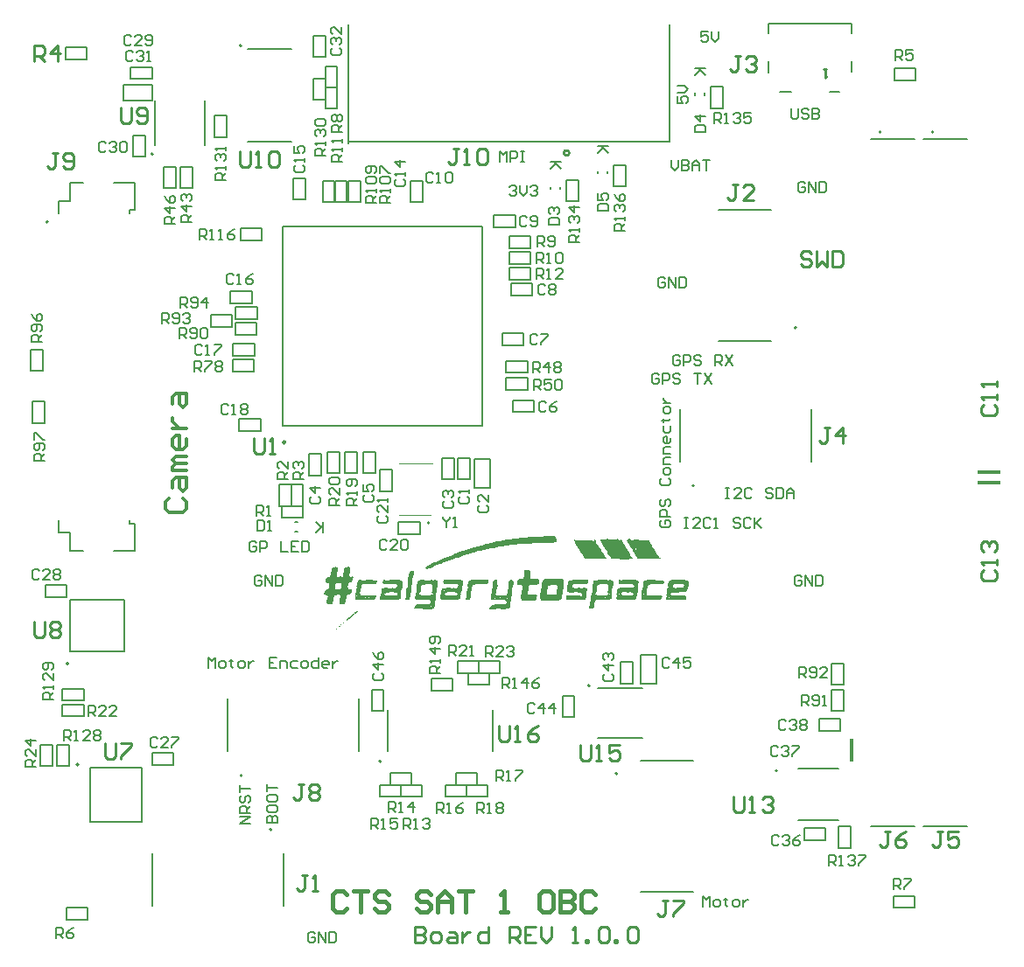
<source format=gbr>
%TF.GenerationSoftware,Altium Limited,Altium Designer,21.8.1 (53)*%
G04 Layer_Color=65535*
%FSLAX45Y45*%
%MOMM*%
%TF.SameCoordinates,27AF3B28-2B88-43EB-8C06-45BE792F9E07*%
%TF.FilePolarity,Positive*%
%TF.FileFunction,Legend,Top*%
%TF.Part,Single*%
G01*
G75*
%TA.AperFunction,NonConductor*%
%ADD64C,0.25400*%
%ADD70C,0.20000*%
%ADD71C,0.15240*%
%ADD72C,0.12700*%
%ADD73C,0.20320*%
%ADD91C,0.25000*%
%ADD92C,0.10000*%
%ADD93C,0.33020*%
%ADD94C,0.38100*%
%ADD95R,0.40000X2.20000*%
%ADD96R,2.20000X0.40000*%
G36*
X5820812Y4018682D02*
X5825233Y4002471D01*
X5832602Y3986260D01*
X5835549Y3980365D01*
X5850287Y3965628D01*
X5865024Y3939101D01*
X5879761Y3915521D01*
X5882709Y3909626D01*
X5888604Y3903731D01*
X5891551Y3897836D01*
X5900393Y3877204D01*
X5903341Y3868362D01*
X5918078Y3853625D01*
X5921026Y3847730D01*
X5929868Y3838887D01*
X5928394Y3828571D01*
X5900393Y3830045D01*
X5888604Y3827097D01*
X5723546Y3830045D01*
X5717651Y3844782D01*
X5716177Y3849203D01*
X5710282Y3852151D01*
X5705861Y3856572D01*
X5694071Y3877204D01*
X5685229Y3886047D01*
X5682281Y3906679D01*
X5667544Y3921416D01*
X5661649Y3936153D01*
X5657228Y3940575D01*
X5651333Y3943522D01*
X5632175Y3980365D01*
X5629227Y3986260D01*
X5620385Y3995103D01*
X5611542Y4015735D01*
X5613016Y4020156D01*
X5633648Y4017208D01*
X5642491Y4020156D01*
X5663123D01*
X5674913Y4023103D01*
X5707335Y4020156D01*
X5716177Y4017208D01*
X5757442Y4020156D01*
X5766284Y4017208D01*
X5781021Y4023103D01*
X5804601Y4011314D01*
X5811970Y4021629D01*
X5816391Y4023103D01*
X5820812Y4018682D01*
D02*
G37*
G36*
X5564383D02*
X5571752Y3999524D01*
X5576173Y3986260D01*
X5577647Y3978891D01*
X5583542Y3975944D01*
X5590910Y3971523D01*
X5593858Y3965628D01*
X5599753Y3950890D01*
X5608595Y3936153D01*
X5614490Y3930258D01*
X5620385Y3915521D01*
X5623332Y3909626D01*
X5627754Y3905205D01*
X5633648Y3902258D01*
X5646912Y3877204D01*
X5658702Y3859519D01*
X5670492Y3838887D01*
X5673439Y3830045D01*
X5671966Y3828571D01*
X5493644Y3830045D01*
X5468591Y3828571D01*
X5461222Y3835940D01*
X5458275Y3850677D01*
X5443538Y3865414D01*
X5437642Y3880151D01*
X5433221Y3890468D01*
X5427326Y3893415D01*
X5419958Y3900784D01*
X5415537Y3919942D01*
X5405220Y3930258D01*
X5399325Y3944996D01*
X5390483Y3959733D01*
X5381641Y3968575D01*
X5369851Y3989208D01*
X5358061Y4006892D01*
X5359535Y4020156D01*
X5371325Y4017208D01*
X5380167Y4008366D01*
X5391957Y4011314D01*
X5400799Y4014261D01*
X5539330Y4011314D01*
X5545225Y4005418D01*
X5552593Y4006892D01*
X5555541Y4018682D01*
X5557015Y4023103D01*
X5564383Y4018682D01*
D02*
G37*
G36*
X5179740Y4040788D02*
X5187108Y4033419D01*
X5190056Y4021629D01*
X5191530Y4011314D01*
X5188582Y3999524D01*
X5182687Y3993629D01*
X5176793Y3990681D01*
X5156160Y3981839D01*
X5091316Y3984786D01*
X5082474Y3981839D01*
X5061842Y3984786D01*
X5014682Y3981839D01*
X4883520Y3977418D01*
X4827519Y3974470D01*
X4789202Y3968575D01*
X4765622Y3965628D01*
X4700778Y3959733D01*
X4688988Y3956786D01*
X4674251Y3953838D01*
X4656566Y3950890D01*
X4632986Y3947943D01*
X4618249Y3944996D01*
X4606459Y3942048D01*
X4590248Y3937627D01*
X4566669Y3934679D01*
X4563721D01*
X4544563Y3930258D01*
X4528352Y3925837D01*
X4516562Y3922890D01*
X4488561Y3918469D01*
X4454665Y3908152D01*
X4431085Y3905205D01*
X4410453Y3896363D01*
X4388347Y3891941D01*
X4376557Y3888994D01*
X4361820Y3883099D01*
X4350030Y3880151D01*
X4335293Y3877204D01*
X4320556Y3871309D01*
X4304345Y3866888D01*
X4292555Y3863940D01*
X4271923Y3855098D01*
X4260133Y3852151D01*
X4240975Y3844782D01*
X4215921Y3837413D01*
X4201184Y3834466D01*
X4180551Y3825624D01*
X4152551Y3815308D01*
X4133392Y3807939D01*
X4121602Y3804991D01*
X4100970Y3796149D01*
X4074443Y3784359D01*
X4062653Y3781412D01*
X4036126Y3769622D01*
X4016968Y3762253D01*
X4000757Y3754885D01*
X3986019Y3748990D01*
X3971282Y3740147D01*
X3955071Y3735726D01*
X3941807Y3731305D01*
X3930018Y3734252D01*
X3925596Y3747516D01*
X3928544Y3759306D01*
X4009599Y3796149D01*
X4015494Y3799097D01*
X4042021Y3810886D01*
X4050863Y3813834D01*
X4071496Y3822676D01*
X4086233Y3828571D01*
X4106865Y3837413D01*
X4139287Y3852151D01*
X4151077Y3855098D01*
X4156972Y3860993D01*
X4180551Y3866888D01*
X4212974Y3881625D01*
X4232132Y3888994D01*
X4255712Y3897836D01*
X4274870Y3905205D01*
X4291081Y3909626D01*
X4314661Y3918469D01*
X4366241Y3934679D01*
X4389821Y3940575D01*
X4404558Y3946469D01*
X4416348Y3949417D01*
X4438454Y3953838D01*
X4453191Y3959733D01*
X4467929Y3962680D01*
X4485613Y3965628D01*
X4509193Y3974470D01*
X4520983Y3977418D01*
X4548984Y3981839D01*
X4563721Y3987734D01*
X4575511Y3990681D01*
X4621196Y3998050D01*
X4637408Y4002471D01*
X4649197Y4005418D01*
X4669830Y4008366D01*
X4681620Y4011314D01*
X4697830Y4015735D01*
X4712568Y4018682D01*
X4742042Y4021629D01*
X4768569Y4024577D01*
X4783307Y4027525D01*
X4800991Y4030472D01*
X4840782Y4034893D01*
X4889415Y4039314D01*
X4929206Y4043736D01*
X4958680Y4046683D01*
X5165003Y4049630D01*
X5179740Y4040788D01*
D02*
G37*
G36*
X5893025Y4026051D02*
X5922499Y4014261D01*
X5931342Y4011314D01*
X5946079Y4017208D01*
X5977027Y4018682D01*
X5993238Y4014261D01*
X6071346Y4012787D01*
X6084610Y4014261D01*
X6091978Y4009840D01*
X6097873Y3986260D01*
X6112610Y3965628D01*
X6117032Y3949417D01*
X6121453Y3939101D01*
X6139138Y3921416D01*
X6145032Y3897836D01*
X6159770Y3888994D01*
X6167139Y3869836D01*
X6180402Y3856572D01*
X6183349Y3844782D01*
X6187771Y3840361D01*
X6196613Y3837413D01*
X6198087Y3832992D01*
X6181876Y3828571D01*
X6108189D01*
X5978501Y3831519D01*
X5974080Y3835940D01*
X5971132Y3847730D01*
X5959343Y3859519D01*
X5956395Y3865414D01*
X5941658Y3888994D01*
X5938710Y3894889D01*
X5929868Y3909626D01*
X5926921Y3918469D01*
X5906288Y3947943D01*
X5885656Y3986260D01*
X5879761Y3992155D01*
X5869445Y4014261D01*
X5882709Y4018682D01*
X5887130Y4028998D01*
X5893025Y4026051D01*
D02*
G37*
G36*
X3813593Y3712146D02*
X3810645Y3688567D01*
X3807698Y3679724D01*
X3804751Y3667934D01*
X3801803Y3659092D01*
X3797382Y3625196D01*
X3794434Y3595722D01*
X3788540Y3560352D01*
X3782645Y3513193D01*
X3779697Y3498456D01*
X3776750Y3480771D01*
X3769381Y3443928D01*
X3759065Y3433612D01*
X3738433Y3430664D01*
X3729590Y3433612D01*
X3725169Y3438033D01*
X3734012Y3458665D01*
X3736959Y3505824D01*
X3739906Y3535299D01*
Y3538246D01*
X3742854Y3550036D01*
X3748749Y3564774D01*
X3753170Y3604564D01*
X3756117Y3636986D01*
X3759065Y3660566D01*
X3763486Y3673830D01*
X3766434Y3697409D01*
X3779697Y3713620D01*
X3795908Y3712146D01*
X3809172Y3716568D01*
X3813593Y3712146D01*
D02*
G37*
G36*
X3193153Y3751937D02*
X3197574Y3738673D01*
X3194627Y3726884D01*
X3191679Y3694462D01*
X3188732Y3685619D01*
X3185784Y3667934D01*
X3193153Y3657619D01*
X3215259Y3659092D01*
X3224101Y3653197D01*
X3221154Y3626670D01*
X3207890Y3610459D01*
X3201995Y3604564D01*
X3187258Y3601617D01*
X3176942Y3591301D01*
X3173994Y3579511D01*
X3171047Y3558879D01*
X3173994Y3544141D01*
X3178416Y3539720D01*
X3207890Y3536773D01*
X3212311Y3532352D01*
X3207890Y3513193D01*
X3201995Y3498456D01*
X3193153Y3486666D01*
X3172521Y3483718D01*
X3159257Y3479297D01*
X3156310Y3467507D01*
X3151889Y3421822D01*
X3148941Y3410032D01*
X3144520Y3405611D01*
X3141572Y3399716D01*
X3137151Y3395295D01*
X3125362Y3392347D01*
X3104729Y3389400D01*
X3092939Y3392347D01*
X3088518Y3405611D01*
X3094413Y3429190D01*
X3097361Y3476350D01*
X3089992Y3483718D01*
X3044306Y3479297D01*
X3038411Y3473402D01*
X3035464Y3440980D01*
X3029569Y3426243D01*
X3025148Y3404137D01*
X3016305Y3395295D01*
X3004516Y3392347D01*
X2975041Y3389400D01*
X2970620Y3393821D01*
X2967673Y3405611D01*
Y3408558D01*
X2976515Y3461613D01*
X2979462Y3470455D01*
X2976515Y3476350D01*
X2972094Y3480771D01*
X2945566Y3483718D01*
X2941145Y3488140D01*
X2944093Y3508772D01*
X2955883Y3529404D01*
X2972094Y3536773D01*
X2977988Y3539720D01*
X2988305Y3550036D01*
X2991252Y3570669D01*
X2994199Y3582458D01*
X2992726Y3595722D01*
X2980936Y3598669D01*
X2960304Y3601617D01*
X2955883Y3606038D01*
X2958830Y3632565D01*
X2973567Y3653197D01*
X2991252Y3656145D01*
X3001568Y3663513D01*
X3008937Y3679724D01*
X3013358Y3722462D01*
X3019253Y3737200D01*
X3033990Y3751937D01*
X3054623Y3754885D01*
X3063465Y3751937D01*
X3075255Y3748990D01*
X3076728Y3735726D01*
X3073781Y3726884D01*
X3067886Y3676777D01*
X3070833Y3662040D01*
X3075255Y3657619D01*
X3103255Y3659092D01*
X3116519Y3657619D01*
X3123888Y3664987D01*
X3126835Y3676777D01*
X3131256Y3704778D01*
X3135677Y3718041D01*
X3138625Y3735726D01*
X3151889Y3751937D01*
X3181363Y3754885D01*
X3193153Y3751937D01*
D02*
G37*
G36*
X4936575Y3712146D02*
X4935101Y3645829D01*
X4940996Y3636986D01*
X5017630Y3634039D01*
X5022051Y3629618D01*
X5019103Y3594248D01*
X5011735Y3583932D01*
X4996997Y3578037D01*
X4976365Y3575090D01*
X4967523Y3578037D01*
X4955733Y3575090D01*
X4930680Y3576563D01*
X4924785Y3573616D01*
X4921837Y3561826D01*
X4918890Y3526456D01*
X4915942Y3517614D01*
X4911521Y3492561D01*
X4914469Y3486666D01*
X4926258Y3483718D01*
X4996997D01*
X5004366Y3476350D01*
X4999945Y3454244D01*
X4994050Y3439506D01*
X4989629Y3435085D01*
X4988155Y3430664D01*
X4976365Y3427717D01*
X4946891Y3424769D01*
X4855519Y3427717D01*
X4851098Y3432138D01*
X4845203Y3455717D01*
X4848151Y3464560D01*
X4851098Y3494035D01*
X4854046Y3514667D01*
X4858467Y3542668D01*
X4862888Y3555931D01*
X4859941Y3570669D01*
X4855519Y3575090D01*
X4811308Y3578037D01*
X4806886Y3582458D01*
X4809834Y3614880D01*
X4823098Y3631091D01*
X4834887Y3634039D01*
X4842256Y3635513D01*
X4858467Y3634039D01*
X4871730Y3641407D01*
X4877625Y3662040D01*
X4880573Y3703304D01*
X4877625Y3712146D01*
X4880573Y3720989D01*
X4923311Y3722462D01*
X4936575Y3712146D01*
D02*
G37*
G36*
X3664746Y3625196D02*
X3694221Y3622249D01*
X3701589Y3614880D01*
X3698642Y3555931D01*
X3695695Y3547089D01*
X3688326Y3510245D01*
X3685378Y3474876D01*
X3683905Y3461613D01*
X3686852Y3455717D01*
X3682431Y3445402D01*
X3667694Y3439506D01*
X3661799Y3433612D01*
X3650009Y3430664D01*
X3620535Y3433612D01*
X3611692Y3430664D01*
X3512952Y3432138D01*
X3505584Y3430664D01*
X3496741Y3433612D01*
X3490846Y3436559D01*
X3483478Y3443928D01*
X3486425Y3488140D01*
X3498215Y3505824D01*
X3495267Y3529404D01*
X3498215Y3538246D01*
X3501162Y3544141D01*
X3515900Y3547089D01*
X3532111Y3551510D01*
X3591060Y3548563D01*
X3599902Y3551510D01*
X3629377Y3548563D01*
X3638219Y3551510D01*
X3651483Y3558879D01*
X3654430Y3570669D01*
X3651483Y3579511D01*
X3644114Y3586880D01*
X3533584Y3588353D01*
X3520321Y3586880D01*
X3510005Y3597195D01*
X3512952Y3626670D01*
X3523268Y3628144D01*
X3538006Y3622249D01*
X3543900D01*
X3545374Y3623723D01*
X3558638Y3628144D01*
X3570428Y3622249D01*
X3585165Y3628144D01*
X3633798Y3626670D01*
X3655904Y3628144D01*
X3664746Y3625196D01*
D02*
G37*
G36*
X6402935D02*
X6430936Y3626670D01*
X6448621Y3623723D01*
X6463358Y3620775D01*
X6469253Y3614880D01*
X6466305Y3567721D01*
X6460410Y3552984D01*
X6457463Y3523509D01*
X6453042Y3516141D01*
X6432410Y3507298D01*
X6305669Y3504351D01*
X6295353Y3494035D01*
X6298300Y3485192D01*
X6302721Y3480771D01*
X6314511Y3477824D01*
X6425041Y3479297D01*
X6435357Y3474876D01*
X6445673Y3464560D01*
X6444199Y3442454D01*
X6445673Y3438033D01*
X6441252Y3433612D01*
X6432410Y3430664D01*
X6423567Y3433612D01*
X6274721Y3432138D01*
X6259983Y3438033D01*
X6251141Y3443928D01*
X6254088Y3455717D01*
X6257036Y3464560D01*
X6254088Y3482245D01*
X6259983Y3488140D01*
X6262931Y3541194D01*
X6271773Y3550036D01*
X6270299Y3578037D01*
X6273247Y3604564D01*
X6276194Y3610459D01*
X6277668Y3611933D01*
X6282089Y3616354D01*
X6287984Y3619302D01*
X6308617Y3628144D01*
X6346933Y3625196D01*
X6355776Y3628144D01*
X6402935Y3625196D01*
D02*
G37*
G36*
X5922499D02*
X5953448Y3626670D01*
X5977027Y3623723D01*
X5985870Y3614880D01*
X5988817Y3603091D01*
X5982922Y3588353D01*
X5978501Y3560352D01*
X5977027Y3547089D01*
X5979975Y3538246D01*
X5977027Y3511719D01*
X5974080Y3502877D01*
X5969659Y3477824D01*
X5965237Y3461613D01*
X5962290Y3443928D01*
X5943132Y3433612D01*
X5931342Y3430664D01*
X5809022Y3432138D01*
X5789864Y3430664D01*
X5770705Y3443928D01*
X5772179Y3480771D01*
X5770705Y3494035D01*
X5773653Y3502877D01*
X5776600Y3514667D01*
X5779548Y3532352D01*
X5786916Y3545615D01*
X5810496Y3551510D01*
X5888604Y3550036D01*
X5929868Y3552984D01*
X5941658Y3564774D01*
X5938710Y3579511D01*
X5919552Y3586880D01*
X5798706Y3589827D01*
X5794285Y3594248D01*
Y3608985D01*
Y3611933D01*
X5797232Y3626670D01*
X5813444Y3628144D01*
X5817865Y3623723D01*
X5819338Y3607512D01*
X5823759Y3608985D01*
X5826707Y3626670D01*
X5845865Y3628144D01*
X5854708Y3625196D01*
X5901867Y3628144D01*
X5922499Y3625196D01*
D02*
G37*
G36*
X5495118D02*
X5496592Y3608985D01*
X5493644Y3600143D01*
X5490697Y3594248D01*
X5486276Y3589827D01*
X5474486Y3586880D01*
X5372798Y3585406D01*
X5371325Y3586880D01*
X5362482Y3583932D01*
X5347745Y3580984D01*
X5340376Y3573616D01*
X5343324Y3555931D01*
X5347745Y3551510D01*
X5377220Y3548563D01*
X5412589Y3551510D01*
X5415537D01*
X5427326Y3548563D01*
X5465643Y3551510D01*
X5480381Y3548563D01*
X5487749Y3541194D01*
X5483328Y3486666D01*
X5480381Y3474876D01*
X5475959Y3461613D01*
X5473012Y3443928D01*
X5462696Y3433612D01*
X5428800Y3432138D01*
X5293217Y3435085D01*
X5282901Y3442454D01*
X5281427Y3452770D01*
X5285848Y3463086D01*
X5281427Y3476350D01*
X5297638Y3480771D01*
X5306481Y3477824D01*
X5421431Y3474876D01*
X5430274Y3471929D01*
X5437642Y3479297D01*
X5440590Y3491087D01*
X5437642Y3496982D01*
X5424379Y3513193D01*
X5403747Y3504351D01*
X5394904Y3507298D01*
X5316797Y3505824D01*
X5305007Y3508772D01*
X5294691Y3516141D01*
X5290270Y3520562D01*
X5293217Y3558879D01*
X5296164Y3579511D01*
X5299112Y3588353D01*
X5303533Y3607512D01*
X5309428Y3622249D01*
X5318271Y3625196D01*
X5330060Y3622249D01*
X5353640Y3628144D01*
X5393431Y3626670D01*
X5418484Y3628144D01*
X5427326Y3625196D01*
X5447959Y3628144D01*
X5465643Y3625196D01*
X5474486Y3628144D01*
X5495118Y3625196D01*
D02*
G37*
G36*
X6229035D02*
X6230509Y3606038D01*
X6223140Y3589827D01*
X6211350Y3586880D01*
X6111137Y3583932D01*
X6084610Y3580984D01*
X6071346Y3567721D01*
X6068399Y3555931D01*
X6065451Y3538246D01*
X6062504Y3529404D01*
X6061030Y3492561D01*
X6065451Y3482245D01*
X6072820Y3474876D01*
X6090504Y3477824D01*
X6093452Y3480771D01*
X6102294Y3477824D01*
X6211350Y3474876D01*
X6212824Y3470455D01*
X6206929Y3455717D01*
X6202508Y3439506D01*
X6187771Y3433612D01*
X6167139Y3430664D01*
X6097873Y3432138D01*
X6078715Y3430664D01*
X6069872Y3433612D01*
X6040398Y3430664D01*
X6022713Y3433612D01*
X6012397Y3443928D01*
X6009449Y3452770D01*
X6012397Y3461613D01*
X6016818Y3510245D01*
X6022713Y3542668D01*
X6030082Y3558879D01*
X6027134Y3579511D01*
X6030082Y3591301D01*
X6033029Y3614880D01*
X6037450Y3619302D01*
X6053661Y3623723D01*
X6065451Y3626670D01*
X6069872Y3628144D01*
X6078715Y3625196D01*
X6215771Y3623723D01*
X6221666Y3626670D01*
X6223140Y3628144D01*
X6229035Y3625196D01*
D02*
G37*
G36*
X5695545Y3622249D02*
X5704387Y3625196D01*
X5733862Y3622249D01*
X5741231Y3614880D01*
X5738283Y3588353D01*
X5735336Y3582458D01*
X5738283Y3576563D01*
X5735336Y3567721D01*
X5729441Y3517614D01*
X5725020Y3483718D01*
X5722072Y3448349D01*
X5719125Y3442454D01*
X5692598Y3430664D01*
X5663123Y3433612D01*
X5654281Y3430664D01*
X5615964Y3433612D01*
X5607121Y3430664D01*
X5576173Y3432138D01*
X5562909Y3418874D01*
X5561436Y3417401D01*
X5558488Y3408558D01*
X5555541Y3373189D01*
X5552593Y3364346D01*
X5549646Y3352557D01*
X5536382Y3348135D01*
X5511329Y3346662D01*
X5508381Y3355504D01*
X5517224Y3384978D01*
X5520171Y3440980D01*
X5523119Y3473402D01*
X5529014Y3488140D01*
X5533435Y3504351D01*
X5534909Y3511719D01*
X5531961Y3514667D01*
X5534909Y3523509D01*
X5539330Y3580984D01*
X5546698Y3597195D01*
X5549646Y3617828D01*
X5554067Y3622249D01*
X5567331Y3623723D01*
X5580594Y3622249D01*
X5589437Y3625196D01*
X5679334Y3626670D01*
X5695545Y3622249D01*
D02*
G37*
G36*
X4039073Y3619302D02*
X4040547Y3570669D01*
X4037600Y3561826D01*
X4034652Y3550036D01*
X4031705Y3526456D01*
X4028757Y3517614D01*
X4025810Y3479297D01*
X4022862Y3438033D01*
X4014020Y3417401D01*
X4011073Y3379084D01*
X4008125Y3370241D01*
X4005178Y3355504D01*
X3997809Y3348135D01*
X3977177Y3345188D01*
X3812119Y3348135D01*
X3810645Y3355504D01*
X3816540Y3361399D01*
X3819488Y3373189D01*
X3822435Y3379084D01*
X3829804Y3386452D01*
X3841594Y3389400D01*
X3956545Y3392347D01*
X3975703Y3405611D01*
X3972756Y3423296D01*
X3965387Y3430664D01*
X3947702Y3433612D01*
X3938860Y3430664D01*
X3829804Y3433612D01*
X3825383Y3438033D01*
X3822435Y3449823D01*
Y3452770D01*
Y3455717D01*
X3825383Y3488140D01*
X3834225Y3508772D01*
X3837173Y3547089D01*
X3840120Y3576563D01*
X3844541Y3598669D01*
X3856331Y3619302D01*
X3879911Y3625196D01*
X3943281Y3623723D01*
X3991914Y3625196D01*
X3997809Y3622249D01*
X4006651Y3625196D01*
X4039073Y3619302D01*
D02*
G37*
G36*
X3418633Y3623723D02*
X3437792Y3622249D01*
X3446634Y3625196D01*
X3458424Y3622249D01*
X3459898Y3608985D01*
X3448108Y3588353D01*
X3436318Y3585406D01*
X3428950Y3583932D01*
X3420107Y3586880D01*
X3346421Y3583932D01*
X3315472Y3585406D01*
X3306630Y3576563D01*
X3303683Y3564774D01*
X3299261Y3530878D01*
X3293367Y3516141D01*
X3288945Y3499930D01*
X3291893Y3485192D01*
X3296314Y3480771D01*
X3308104Y3477824D01*
X3390633Y3480771D01*
X3399475Y3477824D01*
X3443687Y3474876D01*
X3445161Y3467507D01*
X3442213Y3458665D01*
X3439266Y3452770D01*
X3430423Y3443928D01*
X3426002Y3433612D01*
X3375895Y3430664D01*
X3367053Y3433612D01*
X3328736Y3430664D01*
X3255050Y3433612D01*
X3247681Y3440980D01*
X3244733Y3452770D01*
X3247681Y3473402D01*
X3244733Y3482245D01*
X3247681Y3496982D01*
X3253576Y3511719D01*
X3256523Y3544141D01*
X3259471Y3552984D01*
X3256523Y3567721D01*
X3259471Y3576563D01*
X3262418Y3588353D01*
X3266840Y3610459D01*
X3278629Y3625196D01*
X3327262Y3623723D01*
X3328736Y3622249D01*
X3358211Y3625196D01*
X3406844Y3626670D01*
X3418633Y3623723D01*
D02*
G37*
G36*
X4155498Y3626670D02*
X4168762Y3625196D01*
X4177604Y3628144D01*
X4214447Y3626670D01*
X4251290Y3628144D01*
X4260133Y3625196D01*
X4277818Y3622249D01*
X4282239Y3617828D01*
X4285186Y3606038D01*
X4282239Y3597195D01*
X4277818Y3539720D01*
X4274870Y3527930D01*
X4268975Y3513193D01*
X4264554Y3502877D01*
X4267501Y3494035D01*
X4264554Y3473402D01*
X4261607Y3446875D01*
X4257186Y3442454D01*
X4251290Y3439506D01*
X4230658Y3430664D01*
X4192341Y3433612D01*
X4183499Y3430664D01*
X4154024D01*
X4086233Y3433612D01*
X4068548Y3439506D01*
X4067074Y3461613D01*
X4070022Y3470455D01*
X4074443Y3498456D01*
X4077390Y3513193D01*
X4080338Y3545615D01*
X4089180Y3548563D01*
X4158446Y3550036D01*
X4180551Y3548563D01*
X4189394Y3551510D01*
X4221816Y3548563D01*
X4235079Y3555931D01*
X4238027Y3567721D01*
X4239501Y3575090D01*
X4230658Y3583932D01*
X4192341Y3586880D01*
X4183499Y3583932D01*
X4145182Y3586880D01*
X4134866Y3585406D01*
X4102444Y3588353D01*
X4096549Y3591301D01*
X4093601Y3611933D01*
X4096549Y3623723D01*
X4100970Y3628144D01*
X4143708Y3629618D01*
X4155498Y3626670D01*
D02*
G37*
G36*
X4761201Y3625196D02*
X4771517Y3614880D01*
X4772991Y3613407D01*
X4774464Y3585406D01*
X4768569Y3570669D01*
X4764148Y3533825D01*
X4761201Y3495508D01*
X4758253Y3477824D01*
X4750885Y3452770D01*
X4746463Y3380557D01*
X4743516Y3368767D01*
X4739095Y3364346D01*
X4730252Y3349609D01*
X4712568Y3346662D01*
X4684567Y3345188D01*
X4681620Y3348135D01*
X4672777Y3345188D01*
X4630039Y3346662D01*
X4572563Y3345188D01*
X4563721Y3348135D01*
X4546036Y3345188D01*
X4541615Y3349609D01*
X4544563Y3367294D01*
X4563721Y3386452D01*
X4610881Y3389400D01*
X4690462Y3392347D01*
X4706673Y3405611D01*
X4703725Y3426243D01*
X4690462Y3430664D01*
X4597617Y3432138D01*
X4572563Y3430664D01*
X4559300Y3438033D01*
X4556352Y3455717D01*
X4559300Y3464560D01*
X4562247Y3511719D01*
X4568142Y3526456D01*
X4571090Y3561826D01*
X4576985Y3576563D01*
X4574037Y3588353D01*
X4576985Y3606038D01*
X4587301Y3625196D01*
X4599091Y3628144D01*
X4616775Y3625196D01*
X4619723Y3598669D01*
X4621196Y3567721D01*
X4612354Y3547089D01*
X4609407Y3526456D01*
X4604985Y3504351D01*
X4603512Y3488140D01*
X4613828Y3474876D01*
X4625618Y3477824D01*
X4634460Y3480771D01*
X4655092Y3477824D01*
X4703725Y3476350D01*
X4709620Y3482245D01*
X4715515Y3502877D01*
X4718463Y3526456D01*
X4724358Y3541194D01*
X4727305Y3579511D01*
X4730252Y3614880D01*
X4740569Y3628144D01*
X4761201Y3625196D01*
D02*
G37*
G36*
X4392768D02*
X4532773Y3626670D01*
X4535720Y3614880D01*
X4532773Y3603091D01*
X4525404Y3589827D01*
X4495930Y3586880D01*
X4428138Y3583932D01*
X4425191D01*
X4383926Y3580984D01*
X4379505Y3576563D01*
X4370663Y3544141D01*
X4367715Y3532352D01*
X4364768Y3494035D01*
X4361820Y3467507D01*
X4358873Y3458665D01*
X4355925Y3446875D01*
X4342662Y3433612D01*
X4322029Y3430664D01*
X4311713Y3435085D01*
X4316135Y3460139D01*
X4319082Y3489613D01*
X4322029Y3513193D01*
X4327925Y3527930D01*
X4333819Y3557405D01*
X4335293Y3561826D01*
X4332346Y3570669D01*
X4330872Y3578037D01*
X4333819Y3595722D01*
X4336767Y3607512D01*
X4344135Y3617828D01*
X4348557Y3622249D01*
X4372136Y3625196D01*
X4380979Y3628144D01*
X4392768Y3625196D01*
D02*
G37*
G36*
X5250479Y3634039D02*
X5260795Y3626670D01*
X5263742Y3614880D01*
X5260795Y3555931D01*
X5257847Y3547089D01*
X5254900Y3523509D01*
X5251953Y3514667D01*
X5244584Y3454244D01*
X5238689Y3439506D01*
X5229847Y3430664D01*
X5209214Y3424769D01*
X5041209Y3427717D01*
X5036788Y3432138D01*
X5030893Y3452770D01*
X5033841Y3491087D01*
X5036788Y3511719D01*
X5041209Y3539720D01*
X5044157Y3551510D01*
X5047104Y3578037D01*
X5050052Y3601617D01*
X5055947Y3616354D01*
X5061842Y3625196D01*
X5063315Y3626670D01*
X5067736Y3631091D01*
X5082474Y3636986D01*
X5250479Y3634039D01*
D02*
G37*
G36*
X3268313Y3323082D02*
X3265366Y3317187D01*
X3260944Y3312766D01*
X3255050Y3309818D01*
X3243260Y3298028D01*
X3237365Y3295081D01*
X3228522Y3286239D01*
X3222628Y3283291D01*
X3210838Y3271501D01*
X3204943Y3268554D01*
X3196101Y3259712D01*
X3181363Y3250869D01*
X3172521Y3242027D01*
X3168100Y3240553D01*
X3165152Y3234658D01*
X3160731Y3230237D01*
X3151889Y3227289D01*
X3145994Y3218447D01*
X3138625Y3216973D01*
X3141572Y3225816D01*
X3153362Y3234658D01*
X3156310Y3240553D01*
X3169573Y3253817D01*
X3182837Y3261185D01*
X3185784Y3267080D01*
X3190205Y3271501D01*
X3196101Y3274449D01*
X3201995Y3280344D01*
X3203469Y3281818D01*
X3210838Y3289186D01*
X3215259Y3290660D01*
X3216733Y3295081D01*
X3222628Y3298028D01*
X3229996Y3302450D01*
X3232944Y3308345D01*
X3237365Y3312766D01*
X3250628Y3320135D01*
X3253576Y3326029D01*
X3260944Y3330451D01*
X3268313Y3323082D01*
D02*
G37*
G36*
X3132730Y3211079D02*
X3125362Y3203710D01*
X3122414D01*
X3120940Y3205184D01*
X3128309Y3212552D01*
X3132730Y3211079D01*
D02*
G37*
G36*
X3115045Y3196341D02*
Y3193394D01*
X3104729Y3188973D01*
X3103255Y3193394D01*
X3107677Y3197815D01*
X3115045Y3199289D01*
Y3196341D01*
D02*
G37*
G36*
X3097361Y3181604D02*
X3094413Y3175709D01*
X3087044Y3174235D01*
X3085571Y3178657D01*
X3089992Y3183078D01*
X3095887D01*
X3097361Y3181604D01*
D02*
G37*
G36*
X3067886Y3155077D02*
Y3152129D01*
X3063465Y3147708D01*
X3059044Y3149182D01*
X3061991Y3155077D01*
X3066412Y3156550D01*
X3067886Y3155077D01*
D02*
G37*
%LPC*%
G36*
X5704387Y3928785D02*
X5702914Y3921416D01*
X5704387Y3919942D01*
X5710282Y3916995D01*
X5711756Y3927311D01*
X5704387Y3928785D01*
D02*
G37*
G36*
X5960816Y3934679D02*
X5956395Y3930258D01*
X5953448Y3921416D01*
X5957869Y3916995D01*
X5962290Y3921416D01*
Y3927311D01*
Y3930258D01*
X5960816Y3934679D01*
D02*
G37*
G36*
X3098834Y3598669D02*
X3081150D01*
X3057570Y3595722D01*
X3053149Y3579511D01*
X3051675Y3548563D01*
X3057570Y3539720D01*
X3082623Y3541194D01*
X3095887Y3539720D01*
X3109150Y3550036D01*
X3112098Y3570669D01*
X3110624Y3595722D01*
X3098834Y3598669D01*
D02*
G37*
G36*
X3602850Y3507298D02*
X3599902D01*
X3546848Y3504351D01*
X3527689Y3491087D01*
X3530637Y3485192D01*
X3535058Y3480771D01*
X3546848Y3477824D01*
X3644114Y3480771D01*
X3651483Y3488140D01*
X3650009Y3501403D01*
X3638219Y3504351D01*
X3602850Y3507298D01*
D02*
G37*
G36*
X6314511Y3604564D02*
X6313038Y3603091D01*
X6314511Y3601617D01*
X6315985Y3603091D01*
X6314511Y3604564D01*
D02*
G37*
G36*
X6299774Y3566247D02*
X6298300Y3564774D01*
X6299774Y3563300D01*
X6301248Y3564774D01*
X6299774Y3566247D01*
D02*
G37*
G36*
X6349881Y3589827D02*
X6341038Y3586880D01*
X6323354Y3583932D01*
X6318932Y3579511D01*
X6315985Y3564774D01*
X6323354Y3551510D01*
X6341038Y3548563D01*
X6349881Y3551510D01*
X6414725Y3554457D01*
X6419146Y3558879D01*
X6422094Y3564774D01*
X6426515Y3575090D01*
X6417672Y3583932D01*
X6397040Y3586880D01*
X6358723D01*
X6357249Y3588353D01*
X6349881Y3589827D01*
D02*
G37*
G36*
X6299774Y3533825D02*
X6295353Y3529404D01*
Y3526456D01*
X6299774Y3524983D01*
X6301248Y3532352D01*
X6299774Y3533825D01*
D02*
G37*
G36*
X6279142Y3466034D02*
X6271773Y3461613D01*
X6274721Y3452770D01*
X6282089Y3451296D01*
X6283563Y3452770D01*
X6285037Y3454244D01*
X6286510Y3458665D01*
X6279142Y3466034D01*
D02*
G37*
G36*
X5904815Y3510245D02*
X5885656Y3505824D01*
X5875340Y3504351D01*
X5860603Y3510245D01*
X5848813Y3507298D01*
X5834076Y3510245D01*
X5822286Y3498456D01*
X5816391Y3495508D01*
X5814917Y3491087D01*
X5825233Y3480771D01*
X5831128Y3477824D01*
X5839971Y3474876D01*
X5851760Y3477824D01*
X5857655D01*
X5922499Y3480771D01*
X5938710Y3488140D01*
X5935763Y3494035D01*
X5904815Y3510245D01*
D02*
G37*
G36*
X5798706Y3498456D02*
X5794285Y3488140D01*
X5798706Y3483718D01*
X5803127Y3488140D01*
Y3494035D01*
X5801654Y3495508D01*
X5798706Y3498456D01*
D02*
G37*
G36*
X5904815Y3454244D02*
X5903341Y3452770D01*
X5907762Y3451296D01*
X5909236Y3452770D01*
X5904815Y3454244D01*
D02*
G37*
G36*
X6058082Y3589827D02*
X6056609Y3588353D01*
X6058082Y3586880D01*
X6059556Y3588353D01*
X6058082Y3589827D01*
D02*
G37*
G36*
X6033029Y3496982D02*
X6030082Y3488140D01*
X6034503Y3483718D01*
X6040398Y3486666D01*
X6041871Y3494035D01*
X6040398Y3495508D01*
X6033029Y3496982D01*
D02*
G37*
G36*
X5680808Y3586880D02*
X5642491Y3583932D01*
X5633648Y3586880D01*
X5621859Y3583932D01*
X5592384Y3580984D01*
X5582068Y3570669D01*
X5579120Y3520562D01*
X5570278Y3505824D01*
X5567331Y3496982D01*
X5570278Y3488140D01*
X5574699Y3483718D01*
X5589437Y3477824D01*
X5632175Y3479297D01*
X5636596Y3477824D01*
X5645438Y3480771D01*
X5666070Y3477824D01*
X5669018Y3480771D01*
X5671965D01*
X5688176Y3488140D01*
X5685229Y3517614D01*
X5688176Y3526456D01*
X5691124Y3547089D01*
X5694071Y3558879D01*
X5689650Y3575090D01*
X5680808Y3586880D01*
D02*
G37*
G36*
X5707335Y3495508D02*
X5702914Y3494035D01*
Y3491087D01*
X5704387Y3486666D01*
X5708809Y3491087D01*
X5707335Y3495508D01*
D02*
G37*
G36*
X5666070Y3463086D02*
X5657228Y3460139D01*
X5655754Y3458665D01*
X5660176Y3454244D01*
X5669018Y3457191D01*
X5670492Y3458665D01*
X5666070Y3463086D01*
D02*
G37*
G36*
X5689650Y3457191D02*
X5688176Y3455717D01*
X5692598Y3451296D01*
X5694071Y3452770D01*
X5697019Y3455717D01*
X5689650Y3457191D01*
D02*
G37*
G36*
X3983072Y3586880D02*
X3974229D01*
X3965387Y3583932D01*
X3928544Y3585406D01*
X3902017Y3582458D01*
X3891701Y3578037D01*
X3878437Y3564774D01*
X3881384Y3538246D01*
X3878437Y3529404D01*
X3875490Y3514667D01*
X3869595Y3508772D01*
X3866647Y3502877D01*
X3863700Y3494035D01*
X3868121Y3486666D01*
X3888753Y3477824D01*
X3931491Y3479297D01*
X3947702Y3477824D01*
X3956545Y3480771D01*
X3983072Y3483718D01*
X3991914Y3486666D01*
X3999283Y3488140D01*
X3997809Y3495508D01*
X3984545Y3502877D01*
X3987493Y3517614D01*
X3990440Y3526456D01*
X3991914Y3572142D01*
X3983072Y3586880D01*
D02*
G37*
G36*
X3841594Y3477824D02*
X3840120Y3470455D01*
X3844541Y3468981D01*
X3846015Y3473402D01*
X3844541Y3474876D01*
X3843067Y3476350D01*
X3841594Y3477824D01*
D02*
G37*
G36*
X3983072Y3463086D02*
X3978651Y3461613D01*
X3977177Y3460139D01*
X3975703Y3455717D01*
X3980124Y3451296D01*
X3984545Y3455717D01*
X3983072Y3463086D01*
D02*
G37*
G36*
Y3380557D02*
X3975703Y3373189D01*
X3977177Y3368767D01*
X3983072Y3371715D01*
X3987493Y3376136D01*
X3988967Y3377610D01*
X3990440Y3379084D01*
X3983072Y3380557D01*
D02*
G37*
G36*
X3260944Y3480771D02*
X3256523Y3476350D01*
X3260944Y3471929D01*
X3265366Y3476350D01*
X3263892Y3477824D01*
X3260944Y3480771D01*
D02*
G37*
G36*
X3370000Y3460139D02*
X3368527Y3458665D01*
X3381790Y3454244D01*
X3383264Y3455717D01*
X3381790Y3457191D01*
X3380317Y3458665D01*
X3370000Y3460139D01*
D02*
G37*
G36*
X3343473D02*
X3342000Y3458665D01*
X3340526Y3457191D01*
X3339052Y3455717D01*
X3346421Y3454244D01*
X3347894Y3458665D01*
X3343473Y3460139D01*
D02*
G37*
G36*
X4098023Y3527930D02*
X4096549Y3526456D01*
X4100970Y3522035D01*
X4105391Y3523509D01*
Y3526456D01*
X4098023Y3527930D01*
D02*
G37*
G36*
X4204131Y3510245D02*
X4174657Y3507298D01*
X4137813Y3508772D01*
X4127497Y3504351D01*
X4106865Y3492561D01*
X4105391Y3491087D01*
Y3488140D01*
X4121602Y3480771D01*
X4142235Y3477824D01*
X4218868Y3480771D01*
X4232132Y3491087D01*
X4229185Y3496982D01*
X4224763Y3501403D01*
X4218868Y3504351D01*
X4204131Y3510245D01*
D02*
G37*
G36*
X4083285Y3466034D02*
X4080338D01*
X4078864Y3464560D01*
X4083285Y3460139D01*
X4084759Y3464560D01*
X4083285Y3466034D01*
D02*
G37*
G36*
X4233606Y3460139D02*
X4229185Y3455717D01*
X4230658Y3454244D01*
X4233606D01*
X4235079Y3458665D01*
X4233606Y3460139D01*
D02*
G37*
G36*
X4752358Y3601617D02*
X4750885Y3600143D01*
X4752358Y3598669D01*
X4753832Y3600143D01*
X4752358Y3601617D01*
D02*
G37*
G36*
X4599091Y3575090D02*
X4597617Y3570669D01*
Y3567721D01*
X4602038Y3557405D01*
X4606459Y3558879D01*
X4603512Y3573616D01*
X4599091Y3575090D01*
D02*
G37*
G36*
X4641829Y3461613D02*
X4640355Y3460139D01*
X4638881Y3458665D01*
X4640355Y3451296D01*
X4650671Y3452770D01*
X4649197Y3460139D01*
X4641829Y3461613D01*
D02*
G37*
G36*
X4602038Y3451296D02*
X4591722Y3449823D01*
X4602038Y3445402D01*
X4603512Y3446875D01*
X4602038Y3451296D01*
D02*
G37*
G36*
X4714041D02*
X4712568Y3449823D01*
Y3446875D01*
X4714041Y3439506D01*
X4721410Y3440980D01*
X4718463Y3449823D01*
X4714041Y3451296D01*
D02*
G37*
G36*
X5151739Y3576563D02*
X5113422Y3573616D01*
X5107527Y3567721D01*
X5104580Y3555931D01*
X5101632Y3523509D01*
X5098685Y3514667D01*
X5095737Y3494035D01*
X5098685Y3488140D01*
X5103106Y3483718D01*
X5129633D01*
X5182687Y3486666D01*
X5190056Y3494035D01*
X5193003Y3523509D01*
X5197425Y3551510D01*
X5198898Y3570669D01*
X5194477Y3575090D01*
X5151739Y3576563D01*
D02*
G37*
%LPD*%
D64*
X5312700Y7761800D02*
G03*
X5312700Y7761800I-25400J0D01*
G01*
X7658067Y6784299D02*
X7632675Y6809691D01*
X7581892D01*
X7556500Y6784299D01*
Y6758907D01*
X7581892Y6733515D01*
X7632675D01*
X7658067Y6708123D01*
Y6682732D01*
X7632675Y6657340D01*
X7581892D01*
X7556500Y6682732D01*
X7708851Y6809691D02*
Y6657340D01*
X7759634Y6708123D01*
X7810418Y6657340D01*
Y6809691D01*
X7861201D02*
Y6657340D01*
X7937377D01*
X7962769Y6682732D01*
Y6784299D01*
X7937377Y6809691D01*
X7861201D01*
X3817620Y269191D02*
Y116840D01*
X3893795D01*
X3919187Y142232D01*
Y167623D01*
X3893795Y193015D01*
X3817620D01*
X3893795D01*
X3919187Y218407D01*
Y243799D01*
X3893795Y269191D01*
X3817620D01*
X3995363Y116840D02*
X4046146D01*
X4071538Y142232D01*
Y193015D01*
X4046146Y218407D01*
X3995363D01*
X3969971Y193015D01*
Y142232D01*
X3995363Y116840D01*
X4147713Y218407D02*
X4198497D01*
X4223889Y193015D01*
Y116840D01*
X4147713D01*
X4122321Y142232D01*
X4147713Y167623D01*
X4223889D01*
X4274672Y218407D02*
Y116840D01*
Y167623D01*
X4300064Y193015D01*
X4325456Y218407D01*
X4350848D01*
X4528590Y269191D02*
Y116840D01*
X4452415D01*
X4427023Y142232D01*
Y193015D01*
X4452415Y218407D01*
X4528590D01*
X4731724Y116840D02*
Y269191D01*
X4807900D01*
X4833292Y243799D01*
Y193015D01*
X4807900Y167623D01*
X4731724D01*
X4782508D02*
X4833292Y116840D01*
X4985642Y269191D02*
X4884075D01*
Y116840D01*
X4985642D01*
X4884075Y193015D02*
X4934859D01*
X5036426Y269191D02*
Y167623D01*
X5087209Y116840D01*
X5137993Y167623D01*
Y269191D01*
X5341127Y116840D02*
X5391911D01*
X5366519D01*
Y269191D01*
X5341127Y243799D01*
X5468086Y116840D02*
Y142232D01*
X5493478D01*
Y116840D01*
X5468086D01*
X5595045Y243799D02*
X5620437Y269191D01*
X5671220D01*
X5696612Y243799D01*
Y142232D01*
X5671220Y116840D01*
X5620437D01*
X5595045Y142232D01*
Y243799D01*
X5747396Y116840D02*
Y142232D01*
X5772788D01*
Y116840D01*
X5747396D01*
X5874355Y243799D02*
X5899746Y269191D01*
X5950530D01*
X5975922Y243799D01*
Y142232D01*
X5950530Y116840D01*
X5899746D01*
X5874355Y142232D01*
Y243799D01*
X7801400Y8571300D02*
X7774315D01*
X7787858D01*
Y8490046D01*
X7801400Y8503589D01*
X4635562Y2217395D02*
Y2090437D01*
X4660954Y2065045D01*
X4711737D01*
X4737129Y2090437D01*
Y2217395D01*
X4787912Y2065045D02*
X4838696D01*
X4813304D01*
Y2217395D01*
X4787912Y2192003D01*
X5016439Y2217395D02*
X4965655Y2192003D01*
X4914871Y2141220D01*
Y2090437D01*
X4940263Y2065045D01*
X4991047D01*
X5016439Y2090437D01*
Y2115828D01*
X4991047Y2141220D01*
X4914871D01*
X6968308Y8699475D02*
X6917525D01*
X6942917D01*
Y8572517D01*
X6917525Y8547125D01*
X6892133D01*
X6866741Y8572517D01*
X7019092Y8674083D02*
X7044484Y8699475D01*
X7095267D01*
X7120659Y8674083D01*
Y8648692D01*
X7095267Y8623300D01*
X7069875D01*
X7095267D01*
X7120659Y8597908D01*
Y8572517D01*
X7095267Y8547125D01*
X7044484D01*
X7019092Y8572517D01*
X139741Y8648725D02*
Y8801075D01*
X215917D01*
X241308Y8775683D01*
Y8724900D01*
X215917Y8699508D01*
X139741D01*
X190525D02*
X241308Y8648725D01*
X368267D02*
Y8801075D01*
X292092Y8724900D01*
X393659D01*
X9321816Y5321321D02*
X9296424Y5295929D01*
Y5245145D01*
X9321816Y5219753D01*
X9423383D01*
X9448775Y5245145D01*
Y5295929D01*
X9423383Y5321321D01*
X9448775Y5372104D02*
Y5422888D01*
Y5397496D01*
X9296424D01*
X9321816Y5372104D01*
X9448775Y5499063D02*
Y5549846D01*
Y5524455D01*
X9296424D01*
X9321816Y5499063D01*
X8928108Y1193775D02*
X8877325D01*
X8902717D01*
Y1066817D01*
X8877325Y1041425D01*
X8851933D01*
X8826541Y1066817D01*
X9080459Y1193775D02*
X8978892D01*
Y1117600D01*
X9029675Y1142992D01*
X9055067D01*
X9080459Y1117600D01*
Y1066817D01*
X9055067Y1041425D01*
X9004284D01*
X8978892Y1066817D01*
X8420108Y1193775D02*
X8369325D01*
X8394717D01*
Y1066817D01*
X8369325Y1041425D01*
X8343933D01*
X8318541Y1066817D01*
X8572459Y1193775D02*
X8521675Y1168383D01*
X8470892Y1117600D01*
Y1066817D01*
X8496284Y1041425D01*
X8547067D01*
X8572459Y1066817D01*
Y1092208D01*
X8547067Y1117600D01*
X8470892D01*
X5420422Y2029435D02*
Y1902477D01*
X5445814Y1877085D01*
X5496597D01*
X5521989Y1902477D01*
Y2029435D01*
X5572772Y1877085D02*
X5623556D01*
X5598164D01*
Y2029435D01*
X5572772Y2004043D01*
X5801299Y2029435D02*
X5699731D01*
Y1953260D01*
X5750515Y1978652D01*
X5775907D01*
X5801299Y1953260D01*
Y1902477D01*
X5775907Y1877085D01*
X5725123D01*
X5699731Y1902477D01*
X6898702Y1526515D02*
Y1399557D01*
X6924094Y1374165D01*
X6974877D01*
X7000269Y1399557D01*
Y1526515D01*
X7051052Y1374165D02*
X7101836D01*
X7076444D01*
Y1526515D01*
X7051052Y1501123D01*
X7178011D02*
X7203403Y1526515D01*
X7254187D01*
X7279579Y1501123D01*
Y1475732D01*
X7254187Y1450340D01*
X7228795D01*
X7254187D01*
X7279579Y1424948D01*
Y1399557D01*
X7254187Y1374165D01*
X7203403D01*
X7178011Y1399557D01*
X4246909Y7800315D02*
X4196125D01*
X4221517D01*
Y7673357D01*
X4196125Y7647965D01*
X4170734D01*
X4145342Y7673357D01*
X4297692Y7647965D02*
X4348476D01*
X4323084D01*
Y7800315D01*
X4297692Y7774923D01*
X4424651D02*
X4450043Y7800315D01*
X4500827D01*
X4526219Y7774923D01*
Y7673357D01*
X4500827Y7647965D01*
X4450043D01*
X4424651Y7673357D01*
Y7774923D01*
X2131122Y7774915D02*
Y7647957D01*
X2156514Y7622565D01*
X2207297D01*
X2232689Y7647957D01*
Y7774915D01*
X2283472Y7622565D02*
X2334256D01*
X2308864D01*
Y7774915D01*
X2283472Y7749523D01*
X2410431D02*
X2435823Y7774915D01*
X2486607D01*
X2511999Y7749523D01*
Y7647957D01*
X2486607Y7622565D01*
X2435823D01*
X2410431Y7647957D01*
Y7749523D01*
X977941Y8201635D02*
Y8074677D01*
X1003333Y8049285D01*
X1054117D01*
X1079508Y8074677D01*
Y8201635D01*
X1130292Y8074677D02*
X1155684Y8049285D01*
X1206467D01*
X1231859Y8074677D01*
Y8176243D01*
X1206467Y8201635D01*
X1155684D01*
X1130292Y8176243D01*
Y8150852D01*
X1155684Y8125460D01*
X1231859D01*
X137201Y3223235D02*
Y3096277D01*
X162593Y3070885D01*
X213377D01*
X238768Y3096277D01*
Y3223235D01*
X289552Y3197843D02*
X314944Y3223235D01*
X365727D01*
X391119Y3197843D01*
Y3172452D01*
X365727Y3147060D01*
X391119Y3121668D01*
Y3096277D01*
X365727Y3070885D01*
X314944D01*
X289552Y3096277D01*
Y3121668D01*
X314944Y3147060D01*
X289552Y3172452D01*
Y3197843D01*
X314944Y3147060D02*
X365727D01*
X825541Y2044675D02*
Y1917717D01*
X850933Y1892325D01*
X901717D01*
X927108Y1917717D01*
Y2044675D01*
X977892D02*
X1079459D01*
Y2019283D01*
X977892Y1917717D01*
Y1892325D01*
X2265713Y5001235D02*
Y4874277D01*
X2291105Y4848885D01*
X2341888D01*
X2367280Y4874277D01*
Y5001235D01*
X2418064Y4848885D02*
X2468847D01*
X2443456D01*
Y5001235D01*
X2418064Y4975843D01*
X368267Y7757111D02*
X317483D01*
X342875D01*
Y7630152D01*
X317483Y7604760D01*
X292092D01*
X266700Y7630152D01*
X419051D02*
X444443Y7604760D01*
X495226D01*
X520618Y7630152D01*
Y7731719D01*
X495226Y7757111D01*
X444443D01*
X419051Y7731719D01*
Y7706327D01*
X444443Y7680935D01*
X520618D01*
X2748288Y1650975D02*
X2697505D01*
X2722897D01*
Y1524017D01*
X2697505Y1498625D01*
X2672113D01*
X2646721Y1524017D01*
X2799072Y1625583D02*
X2824464Y1650975D01*
X2875247D01*
X2900639Y1625583D01*
Y1600192D01*
X2875247Y1574800D01*
X2900639Y1549408D01*
Y1524017D01*
X2875247Y1498625D01*
X2824464D01*
X2799072Y1524017D01*
Y1549408D01*
X2824464Y1574800D01*
X2799072Y1600192D01*
Y1625583D01*
X2824464Y1574800D02*
X2875247D01*
X6267608Y520675D02*
X6216824D01*
X6242216D01*
Y393717D01*
X6216824Y368325D01*
X6191433D01*
X6166041Y393717D01*
X6318392Y520675D02*
X6419959D01*
Y495283D01*
X6318392Y393717D01*
Y368325D01*
X7835908Y5105375D02*
X7785125D01*
X7810517D01*
Y4978417D01*
X7785125Y4953025D01*
X7759733D01*
X7734341Y4978417D01*
X7962867Y4953025D02*
Y5105375D01*
X7886692Y5029200D01*
X7988259D01*
X6941828Y7459955D02*
X6891045D01*
X6916437D01*
Y7332997D01*
X6891045Y7307605D01*
X6865653D01*
X6840261Y7332997D01*
X7094179Y7307605D02*
X6992612D01*
X7094179Y7409172D01*
Y7434563D01*
X7068787Y7459955D01*
X7018004D01*
X6992612Y7434563D01*
X2776220Y769595D02*
X2725437D01*
X2750828D01*
Y642637D01*
X2725437Y617245D01*
X2700045D01*
X2674653Y642637D01*
X2827004Y617245D02*
X2877787D01*
X2852396D01*
Y769595D01*
X2827004Y744203D01*
X9321817Y3721129D02*
X9296425Y3695737D01*
Y3644954D01*
X9321817Y3619562D01*
X9423383D01*
X9448775Y3644954D01*
Y3695737D01*
X9423383Y3721129D01*
X9448775Y3771912D02*
Y3822696D01*
Y3797304D01*
X9296425D01*
X9321817Y3771912D01*
Y3898871D02*
X9296425Y3924263D01*
Y3975047D01*
X9321817Y4000439D01*
X9347208D01*
X9372600Y3975047D01*
Y3949655D01*
Y3975047D01*
X9397992Y4000439D01*
X9423383D01*
X9448775Y3975047D01*
Y3924263D01*
X9423383Y3898871D01*
D70*
X3951100Y4188500D02*
G03*
X3951100Y4168500I0J-10000D01*
G01*
D02*
G03*
X3951100Y4188500I0J10000D01*
G01*
X3494820Y1871820D02*
G03*
X3494820Y1871820I-10000J0D01*
G01*
X5513900Y2604260D02*
G03*
X5513900Y2604260I-10000J0D01*
G01*
X7327600Y1779900D02*
G03*
X7327600Y1779900I-10000J0D01*
G01*
X2143000Y8798500D02*
G03*
X2143000Y8798500I-10000J0D01*
G01*
X1289400Y7751800D02*
G03*
X1289400Y7751800I-10000J0D01*
G01*
X469300Y2817700D02*
G03*
X469300Y2817700I-10000J0D01*
G01*
X567100Y1839400D02*
G03*
X567100Y1839400I-10000J0D01*
G01*
X272500Y7092800D02*
G03*
X272500Y7092800I-10000J0D01*
G01*
X2148680Y1733920D02*
G03*
X2148680Y1733920I-10000J0D01*
G01*
X5781100Y1752600D02*
G03*
X5781100Y1752600I-10000J0D01*
G01*
X8328500Y7964500D02*
G03*
X8328500Y7964500I-10000J0D01*
G01*
X8836500D02*
G03*
X8836500Y7964500I-10000J0D01*
G01*
X6525100Y4539200D02*
G03*
X6525100Y4539200I-10000J0D01*
G01*
X7510400Y6070600D02*
G03*
X7510400Y6070600I-10000J0D01*
G01*
X2435700Y1211360D02*
G03*
X2435700Y1211360I-10000J0D01*
G01*
X3663600Y4070000D02*
X3868600D01*
X3663600D02*
Y4185000D01*
X3868600D01*
Y4070000D02*
Y4185000D01*
X2954940Y8395620D02*
Y8600620D01*
X3069940D01*
Y8395620D02*
Y8600620D01*
X2954940Y8395620D02*
X3069940D01*
X2540200Y5118300D02*
X4470200D01*
Y7048300D01*
X2540200D02*
X4470200D01*
X2540200Y5118300D02*
Y7048300D01*
X5589800Y2575560D02*
X6019800D01*
X5589800Y2092960D02*
X6019800D01*
X1308100Y7837700D02*
Y8267700D01*
X1790700Y7837700D02*
Y8267700D01*
X487800Y2937700D02*
X1010800D01*
Y3437700D01*
X487800D02*
X1010800D01*
X487800Y2937700D02*
Y3437700D01*
X677100Y1287900D02*
Y1810900D01*
Y1287900D02*
X1177100D01*
Y1810900D01*
X677100D02*
X1177100D01*
X4185000Y2556160D02*
Y2671160D01*
X3980000D02*
X4185000D01*
X3980000Y2556160D02*
Y2671160D01*
Y2556160D02*
X4185000D01*
X4543140Y2609500D02*
Y2724500D01*
X4338140D02*
X4543140D01*
X4338140Y2609500D02*
Y2724500D01*
Y2609500D02*
X4543140D01*
X7918100Y1033600D02*
X8033100D01*
Y1238600D01*
X7918100D02*
X8033100D01*
X7918100Y1033600D02*
Y1238600D01*
X5746400Y7441300D02*
X5861400D01*
Y7646300D01*
X5746400D02*
X5861400D01*
X5746400Y7441300D02*
Y7646300D01*
X6686200Y8401400D02*
X6801200D01*
X6686200Y8196400D02*
Y8401400D01*
Y8196400D02*
X6801200D01*
Y8401400D01*
X5289200Y7499700D02*
X5404200D01*
X5289200Y7294700D02*
Y7499700D01*
Y7294700D02*
X5404200D01*
Y7499700D01*
X1885600Y7917000D02*
X2000600D01*
Y8122000D01*
X1885600D02*
X2000600D01*
X1885600Y7917000D02*
Y8122000D01*
X2838100Y8279500D02*
X2953100D01*
Y8484500D01*
X2838100D02*
X2953100D01*
X2838100Y8279500D02*
Y8484500D01*
X411300Y2457100D02*
Y2572100D01*
Y2457100D02*
X616300D01*
Y2572100D01*
X411300D02*
X616300D01*
X361600Y2032900D02*
X476600D01*
X361600Y1827900D02*
Y2032900D01*
Y1827900D02*
X476600D01*
Y2032900D01*
X2337700Y6914800D02*
Y7029800D01*
X2132700D02*
X2337700D01*
X2132700Y6914800D02*
Y7029800D01*
Y6914800D02*
X2337700D01*
X2929540Y7283820D02*
X3044540D01*
Y7488820D01*
X2929540D02*
X3044540D01*
X2929540Y7283820D02*
Y7488820D01*
X3046380Y7283820D02*
X3161380D01*
Y7488820D01*
X3046380D02*
X3161380D01*
X3046380Y7283820D02*
Y7488820D01*
X120300Y5148400D02*
X235300D01*
Y5353400D01*
X120300D02*
X235300D01*
X120300Y5148400D02*
Y5353400D01*
X107600Y5650600D02*
X222600D01*
Y5855600D01*
X107600D02*
X222600D01*
X107600Y5650600D02*
Y5855600D01*
X2087700Y6152800D02*
Y6267800D01*
Y6152800D02*
X2292700D01*
Y6267800D01*
X2087700D02*
X2292700D01*
X1846400Y6076600D02*
Y6191600D01*
Y6076600D02*
X2051400D01*
Y6191600D01*
X1846400D02*
X2051400D01*
X7854600Y2820300D02*
X7969600D01*
X7854600Y2615300D02*
Y2820300D01*
Y2615300D02*
X7969600D01*
Y2820300D01*
X7854600Y2361300D02*
X7969600D01*
Y2566300D01*
X7854600D02*
X7969600D01*
X7854600Y2361300D02*
Y2566300D01*
X2081900Y6000400D02*
Y6115400D01*
Y6000400D02*
X2286900D01*
Y6115400D01*
X2081900D02*
X2286900D01*
X2261500Y5644800D02*
Y5759800D01*
X2056500D02*
X2261500D01*
X2056500Y5644800D02*
Y5759800D01*
Y5644800D02*
X2261500D01*
X4910000Y5467000D02*
Y5582000D01*
X4705000D02*
X4910000D01*
X4705000Y5467000D02*
Y5582000D01*
Y5467000D02*
X4910000D01*
Y5632100D02*
Y5747100D01*
X4705000D02*
X4910000D01*
X4705000Y5632100D02*
Y5747100D01*
Y5632100D02*
X4910000D01*
X1390300Y7421700D02*
X1505300D01*
Y7626700D01*
X1390300D02*
X1505300D01*
X1390300Y7421700D02*
Y7626700D01*
X1555400Y7421700D02*
X1670400D01*
Y7626700D01*
X1555400D02*
X1670400D01*
X1555400Y7421700D02*
Y7626700D01*
X196500Y2032900D02*
X311500D01*
X196500Y1827900D02*
Y2032900D01*
Y1827900D02*
X311500D01*
Y2032900D01*
X4645840Y2723800D02*
Y2838800D01*
X4440840D02*
X4645840D01*
X4440840Y2723800D02*
Y2838800D01*
Y2723800D02*
X4645840D01*
X411300Y2304700D02*
Y2419700D01*
Y2304700D02*
X616300D01*
Y2419700D01*
X411300D02*
X616300D01*
X4441540Y2723800D02*
Y2838800D01*
X4236540D02*
X4441540D01*
X4236540Y2723800D02*
Y2838800D01*
Y2723800D02*
X4441540D01*
X2977800Y4865000D02*
X3092800D01*
X2977800Y4660000D02*
Y4865000D01*
Y4660000D02*
X3092800D01*
Y4865000D01*
X3142900Y4660000D02*
X3257900D01*
Y4865000D01*
X3142900D02*
X3257900D01*
X3142900Y4660000D02*
Y4865000D01*
X4527180Y1527460D02*
Y1642460D01*
X4322180D02*
X4527180D01*
X4322180Y1527460D02*
Y1642460D01*
Y1527460D02*
X4527180D01*
X4425580Y1641760D02*
Y1756760D01*
X4220580D02*
X4425580D01*
X4220580Y1641760D02*
Y1756760D01*
Y1641760D02*
X4425580D01*
X4322160Y1527460D02*
Y1642460D01*
X4117160D02*
X4322160D01*
X4117160Y1527460D02*
Y1642460D01*
Y1527460D02*
X4322160D01*
X3482160D02*
Y1642460D01*
Y1527460D02*
X3687160D01*
Y1642460D01*
X3482160D02*
X3687160D01*
X3583040Y1641760D02*
Y1756760D01*
Y1641760D02*
X3788040D01*
Y1756760D01*
X3583040D02*
X3788040D01*
X3686460Y1527460D02*
Y1642460D01*
Y1527460D02*
X3891460D01*
Y1642460D01*
X3686460D02*
X3891460D01*
X4941200Y6533800D02*
Y6648800D01*
X4736200D02*
X4941200D01*
X4736200Y6533800D02*
Y6648800D01*
Y6533800D02*
X4941200D01*
X2954940Y8190600D02*
X3069940D01*
Y8395600D01*
X2954940D02*
X3069940D01*
X2954940Y8190600D02*
Y8395600D01*
X4941200Y6686200D02*
Y6801200D01*
X4736200D02*
X4941200D01*
X4736200Y6686200D02*
Y6801200D01*
Y6686200D02*
X4941200D01*
Y6838600D02*
Y6953600D01*
X4736200D02*
X4941200D01*
X4736200Y6838600D02*
Y6953600D01*
Y6838600D02*
X4941200D01*
X8451500Y450500D02*
Y565500D01*
Y450500D02*
X8656500D01*
Y565500D01*
X8451500D02*
X8656500D01*
X654400Y336200D02*
Y451200D01*
X449400D02*
X654400D01*
X449400Y336200D02*
Y451200D01*
Y336200D02*
X654400D01*
X8457300Y8464200D02*
Y8579200D01*
Y8464200D02*
X8662300D01*
Y8579200D01*
X8457300D02*
X8662300D01*
X648600Y8667400D02*
Y8782400D01*
X443600D02*
X648600D01*
X443600Y8667400D02*
Y8782400D01*
Y8667400D02*
X648600D01*
X2624740Y4344320D02*
X2739740D01*
Y4549320D01*
X2624740D02*
X2739740D01*
X2624740Y4344320D02*
Y4549320D01*
X2507900Y4344320D02*
X2622900D01*
Y4549320D01*
X2507900D02*
X2622900D01*
X2507900Y4344320D02*
Y4549320D01*
X2738300Y4227480D02*
Y4342480D01*
X2533300D02*
X2738300D01*
X2533300Y4227480D02*
Y4342480D01*
Y4227480D02*
X2738300D01*
X370500Y4086300D02*
X488500D01*
X370500D02*
Y4206800D01*
Y7178800D02*
Y7299300D01*
X488500D01*
Y7476300D01*
X613000D01*
X488500Y3909300D02*
Y4086300D01*
Y3909300D02*
X613000D01*
X912000D02*
X1114500D01*
Y4175300D01*
X1063500D02*
X1114500D01*
X1063500D02*
Y4206800D01*
Y7178800D02*
Y7210300D01*
X1114500D01*
Y7476300D01*
X912000D02*
X1114500D01*
X2011680Y1969920D02*
Y2477920D01*
X3281680Y1969920D02*
Y2477920D01*
X6007100Y1879600D02*
X6515100D01*
X6007100Y609600D02*
X6515100D01*
X8233400Y1244500D02*
X8657600D01*
X8233400Y7899500D02*
X8657600D01*
X8741400Y1244500D02*
X9165600D01*
X8741400Y7899500D02*
X9165600D01*
X6388100Y4775200D02*
Y5283200D01*
X7658100Y4775200D02*
Y5283200D01*
X6756400Y5943600D02*
X7264400D01*
X6756400Y7213600D02*
X7264400D01*
X2552700Y467360D02*
Y975360D01*
X1282700Y467360D02*
Y975360D01*
X3404520Y2361300D02*
X3519520D01*
Y2566300D01*
X3404520D02*
X3519520D01*
X3404520Y2361300D02*
Y2566300D01*
X6008300Y2619860D02*
Y2899860D01*
Y2619860D02*
X6158300D01*
Y2899860D01*
X6008300D02*
X6158300D01*
X5248560Y2505340D02*
X5363560D01*
X5248560Y2300340D02*
Y2505340D01*
Y2300340D02*
X5363560D01*
Y2505340D01*
X5809900Y2625460D02*
X5924900D01*
Y2830460D01*
X5809900D02*
X5924900D01*
X5809900Y2625460D02*
Y2830460D01*
X7938400Y2165000D02*
Y2280000D01*
X7733400D02*
X7938400D01*
X7733400Y2165000D02*
Y2280000D01*
Y2165000D02*
X7938400D01*
X7584260Y1108360D02*
Y1223360D01*
Y1108360D02*
X7789260D01*
Y1223360D01*
X7584260D02*
X7789260D01*
X2838100Y8690260D02*
X2953100D01*
Y8895260D01*
X2838100D02*
X2953100D01*
X2838100Y8690260D02*
Y8895260D01*
X1003000Y8268900D02*
X1283000D01*
Y8418900D01*
X1003000D02*
X1283000D01*
X1003000Y8268900D02*
Y8418900D01*
X1098200Y7931500D02*
X1213200D01*
X1098200Y7726500D02*
Y7931500D01*
Y7726500D02*
X1213200D01*
Y7931500D01*
X1277800Y8476900D02*
Y8591900D01*
X1072800D02*
X1277800D01*
X1072800Y8476900D02*
Y8591900D01*
Y8476900D02*
X1277800D01*
X452300Y3460400D02*
Y3575400D01*
X247300D02*
X452300D01*
X247300Y3460400D02*
Y3575400D01*
Y3460400D02*
X452300D01*
X1281800Y1834800D02*
Y1949800D01*
Y1834800D02*
X1486800D01*
Y1949800D01*
X1281800D02*
X1486800D01*
X3485800Y4693000D02*
X3600800D01*
X3485800Y4488000D02*
Y4693000D01*
Y4488000D02*
X3600800D01*
Y4693000D01*
X2122540Y5068220D02*
Y5183220D01*
Y5068220D02*
X2327540D01*
Y5183220D01*
X2122540D02*
X2327540D01*
X2062300Y5797200D02*
Y5912200D01*
Y5797200D02*
X2267300D01*
Y5912200D01*
X2062300D02*
X2267300D01*
X2036900Y6305200D02*
Y6420200D01*
Y6305200D02*
X2241900D01*
Y6420200D01*
X2036900D02*
X2241900D01*
X2647600Y7513500D02*
X2762600D01*
X2647600Y7308500D02*
Y7513500D01*
Y7308500D02*
X2762600D01*
Y7513500D01*
X3181000Y7488100D02*
X3296000D01*
X3181000Y7283100D02*
Y7488100D01*
Y7283100D02*
X3296000D01*
Y7488100D01*
X3777900D02*
X3892900D01*
X3777900Y7283100D02*
Y7488100D01*
Y7283100D02*
X3892900D01*
Y7488100D01*
X4790620Y7041800D02*
Y7156800D01*
X4585620D02*
X4790620D01*
X4585620Y7041800D02*
Y7156800D01*
Y7041800D02*
X4790620D01*
X4953900Y6381400D02*
Y6496400D01*
X4748900D02*
X4953900D01*
X4748900Y6381400D02*
Y6496400D01*
Y6381400D02*
X4953900D01*
X4871900Y5898800D02*
Y6013800D01*
X4666900D02*
X4871900D01*
X4666900Y5898800D02*
Y6013800D01*
Y5898800D02*
X4871900D01*
X4972400Y5251100D02*
Y5366100D01*
X4767400D02*
X4972400D01*
X4767400Y5251100D02*
Y5366100D01*
Y5251100D02*
X4972400D01*
X3320700Y4660000D02*
X3435700D01*
Y4865000D01*
X3320700D02*
X3435700D01*
X3320700Y4660000D02*
Y4865000D01*
X2800000Y4640400D02*
X2915000D01*
Y4845400D01*
X2800000D02*
X2915000D01*
X2800000Y4640400D02*
Y4845400D01*
X4082700Y4602300D02*
X4197700D01*
Y4807300D01*
X4082700D02*
X4197700D01*
X4082700Y4602300D02*
Y4807300D01*
X4545400Y4514400D02*
Y4794400D01*
X4395400D02*
X4545400D01*
X4395400Y4514400D02*
Y4794400D01*
Y4514400D02*
X4545400D01*
X4235100Y4602300D02*
X4350100D01*
Y4807300D01*
X4235100D02*
X4350100D01*
X4235100Y4602300D02*
Y4807300D01*
D71*
X6282500Y7868107D02*
Y9001760D01*
X3176100Y7868107D02*
X6282500D01*
X3176100Y7855800D02*
Y9001760D01*
X2200910Y7868920D02*
X2625090D01*
X2200910Y8768080D02*
X2625090D01*
X5695608Y7830359D02*
X5594041D01*
X5627897D01*
X5695608Y7762648D01*
X5644825Y7813431D01*
X5594041Y7762648D01*
X6635408Y8585959D02*
X6533841D01*
X6567697D01*
X6635408Y8518248D01*
X6584625Y8569031D01*
X6533841Y8518248D01*
X5238408Y7677959D02*
X5136841D01*
X5170697D01*
X5238408Y7610248D01*
X5187625Y7661031D01*
X5136841Y7610248D01*
X2928159Y4085932D02*
Y4187499D01*
Y4153644D01*
X2860448Y4085932D01*
X2911232Y4136716D01*
X2860448Y4187499D01*
D72*
X7241400Y8917940D02*
Y9011300D01*
X7242620Y8542020D02*
Y8648700D01*
X7354380Y8351520D02*
X7461060D01*
X7834440D02*
X7923340D01*
X7241400Y9011300D02*
X8041400D01*
Y8917940D02*
Y9011300D01*
X8042720Y8552180D02*
Y8646160D01*
X4570820Y1971820D02*
Y2371820D01*
X3558820Y1971820D02*
Y2371820D01*
X7526850Y1801900D02*
X7916350D01*
X7526850Y1296900D02*
X7916350D01*
X5683800Y7564600D02*
Y7586600D01*
X5593800Y7564600D02*
Y7586600D01*
X6623600Y8320200D02*
Y8342200D01*
X6533600Y8320200D02*
Y8342200D01*
X5226600Y7412200D02*
Y7434200D01*
X5136600Y7412200D02*
Y7434200D01*
X2662400Y4097740D02*
X2684400D01*
X2662400Y4187740D02*
X2684400D01*
D73*
X2385499Y1271630D02*
X2487067D01*
Y1322414D01*
X2470139Y1339342D01*
X2453211D01*
X2436283Y1322414D01*
Y1271630D01*
Y1322414D01*
X2419355Y1339342D01*
X2402427D01*
X2385499Y1322414D01*
Y1271630D01*
Y1423981D02*
Y1390125D01*
X2402427Y1373198D01*
X2470139D01*
X2487067Y1390125D01*
Y1423981D01*
X2470139Y1440909D01*
X2402427D01*
X2385499Y1423981D01*
Y1525548D02*
Y1491693D01*
X2402427Y1474765D01*
X2470139D01*
X2487067Y1491693D01*
Y1525548D01*
X2470139Y1542476D01*
X2402427D01*
X2385499Y1525548D01*
Y1576332D02*
Y1644043D01*
Y1610188D01*
X2487067D01*
X2230120Y1267460D02*
X2128553D01*
X2230120Y1335172D01*
X2128553D01*
X2230120Y1369027D02*
X2128553D01*
Y1419811D01*
X2145480Y1436739D01*
X2179336D01*
X2196264Y1419811D01*
Y1369027D01*
Y1402883D02*
X2230120Y1436739D01*
X2145480Y1538306D02*
X2128553Y1521378D01*
Y1487523D01*
X2145480Y1470595D01*
X2162408D01*
X2179336Y1487523D01*
Y1521378D01*
X2196264Y1538306D01*
X2213192D01*
X2230120Y1521378D01*
Y1487523D01*
X2213192Y1470595D01*
X2128553Y1572162D02*
Y1639873D01*
Y1606018D01*
X2230120D01*
X4643120Y7673340D02*
Y7774907D01*
X4676976Y7741051D01*
X4710831Y7774907D01*
Y7673340D01*
X4744687D02*
Y7774907D01*
X4795471D01*
X4812399Y7757979D01*
Y7724123D01*
X4795471Y7707196D01*
X4744687D01*
X4846254Y7774907D02*
X4880110D01*
X4863182D01*
Y7673340D01*
X4846254D01*
X4880110D01*
X7459980Y8196547D02*
Y8111908D01*
X7476908Y8094980D01*
X7510763D01*
X7527691Y8111908D01*
Y8196547D01*
X7629259Y8179619D02*
X7612331Y8196547D01*
X7578475D01*
X7561547Y8179619D01*
Y8162691D01*
X7578475Y8145763D01*
X7612331D01*
X7629259Y8128836D01*
Y8111908D01*
X7612331Y8094980D01*
X7578475D01*
X7561547Y8111908D01*
X7663114Y8196547D02*
Y8094980D01*
X7713898D01*
X7730826Y8111908D01*
Y8128836D01*
X7713898Y8145763D01*
X7663114D01*
X7713898D01*
X7730826Y8162691D01*
Y8179619D01*
X7713898Y8196547D01*
X7663114D01*
X6244081Y6545992D02*
X6227154Y6562920D01*
X6193298D01*
X6176370Y6545992D01*
Y6478281D01*
X6193298Y6461353D01*
X6227154D01*
X6244081Y6478281D01*
Y6512137D01*
X6210226D01*
X6277937Y6461353D02*
Y6562920D01*
X6345649Y6461353D01*
Y6562920D01*
X6379505D02*
Y6461353D01*
X6430288D01*
X6447216Y6478281D01*
Y6545992D01*
X6430288Y6562920D01*
X6379505D01*
X6204401Y4207911D02*
X6187473Y4190983D01*
Y4157128D01*
X6204401Y4140200D01*
X6272112D01*
X6289040Y4157128D01*
Y4190983D01*
X6272112Y4207911D01*
X6238257D01*
Y4174056D01*
X6289040Y4241767D02*
X6187473D01*
Y4292551D01*
X6204401Y4309479D01*
X6238257D01*
X6255184Y4292551D01*
Y4241767D01*
X6204401Y4411046D02*
X6187473Y4394118D01*
Y4360262D01*
X6204401Y4343334D01*
X6221329D01*
X6238257Y4360262D01*
Y4394118D01*
X6255184Y4411046D01*
X6272112D01*
X6289040Y4394118D01*
Y4360262D01*
X6272112Y4343334D01*
X6204401Y4614180D02*
X6187473Y4597252D01*
Y4563397D01*
X6204401Y4546469D01*
X6272112D01*
X6289040Y4563397D01*
Y4597252D01*
X6272112Y4614180D01*
X6289040Y4664964D02*
Y4698820D01*
X6272112Y4715747D01*
X6238257D01*
X6221329Y4698820D01*
Y4664964D01*
X6238257Y4648036D01*
X6272112D01*
X6289040Y4664964D01*
Y4749603D02*
X6221329D01*
Y4800387D01*
X6238257Y4817315D01*
X6289040D01*
Y4851171D02*
X6221329D01*
Y4901954D01*
X6238257Y4918882D01*
X6289040D01*
Y5003521D02*
Y4969666D01*
X6272112Y4952738D01*
X6238257D01*
X6221329Y4969666D01*
Y5003521D01*
X6238257Y5020449D01*
X6255184D01*
Y4952738D01*
X6221329Y5122016D02*
Y5071233D01*
X6238257Y5054305D01*
X6272112D01*
X6289040Y5071233D01*
Y5122016D01*
X6204401Y5172800D02*
X6221329D01*
Y5155872D01*
Y5189728D01*
Y5172800D01*
X6272112D01*
X6289040Y5189728D01*
Y5257440D02*
Y5291295D01*
X6272112Y5308223D01*
X6238257D01*
X6221329Y5291295D01*
Y5257440D01*
X6238257Y5240512D01*
X6272112D01*
X6289040Y5257440D01*
X6221329Y5342079D02*
X6289040D01*
X6255184D01*
X6238257Y5359007D01*
X6221329Y5375935D01*
Y5392862D01*
X6604000Y464820D02*
Y566387D01*
X6637856Y532531D01*
X6671711Y566387D01*
Y464820D01*
X6722495D02*
X6756351D01*
X6773279Y481748D01*
Y515603D01*
X6756351Y532531D01*
X6722495D01*
X6705567Y515603D01*
Y481748D01*
X6722495Y464820D01*
X6824062Y549459D02*
Y532531D01*
X6807134D01*
X6840990D01*
X6824062D01*
Y481748D01*
X6840990Y464820D01*
X6908702D02*
X6942557D01*
X6959485Y481748D01*
Y515603D01*
X6942557Y532531D01*
X6908702D01*
X6891774Y515603D01*
Y481748D01*
X6908702Y464820D01*
X6993341Y532531D02*
Y464820D01*
Y498676D01*
X7010269Y515603D01*
X7027197Y532531D01*
X7044125D01*
X1821180Y2776220D02*
Y2877787D01*
X1855036Y2843931D01*
X1888891Y2877787D01*
Y2776220D01*
X1939675D02*
X1973531D01*
X1990459Y2793148D01*
Y2827003D01*
X1973531Y2843931D01*
X1939675D01*
X1922747Y2827003D01*
Y2793148D01*
X1939675Y2776220D01*
X2041242Y2860859D02*
Y2843931D01*
X2024314D01*
X2058170D01*
X2041242D01*
Y2793148D01*
X2058170Y2776220D01*
X2125882D02*
X2159737D01*
X2176665Y2793148D01*
Y2827003D01*
X2159737Y2843931D01*
X2125882D01*
X2108954Y2827003D01*
Y2793148D01*
X2125882Y2776220D01*
X2210521Y2843931D02*
Y2776220D01*
Y2810076D01*
X2227449Y2827003D01*
X2244377Y2843931D01*
X2261305D01*
X2481367Y2877787D02*
X2413656D01*
Y2776220D01*
X2481367D01*
X2413656Y2827003D02*
X2447511D01*
X2515223Y2776220D02*
Y2843931D01*
X2566006D01*
X2582934Y2827003D01*
Y2776220D01*
X2684501Y2843931D02*
X2633718D01*
X2616790Y2827003D01*
Y2793148D01*
X2633718Y2776220D01*
X2684501D01*
X2735285D02*
X2769141D01*
X2786069Y2793148D01*
Y2827003D01*
X2769141Y2843931D01*
X2735285D01*
X2718357Y2827003D01*
Y2793148D01*
X2735285Y2776220D01*
X2887636Y2877787D02*
Y2776220D01*
X2836852D01*
X2819925Y2793148D01*
Y2827003D01*
X2836852Y2843931D01*
X2887636D01*
X2972275Y2776220D02*
X2938420D01*
X2921492Y2793148D01*
Y2827003D01*
X2938420Y2843931D01*
X2972275D01*
X2989203Y2827003D01*
Y2810076D01*
X2921492D01*
X3023059Y2843931D02*
Y2776220D01*
Y2810076D01*
X3039987Y2827003D01*
X3056915Y2843931D01*
X3073842D01*
X2338471Y3658419D02*
X2321543Y3675347D01*
X2287688D01*
X2270760Y3658419D01*
Y3590708D01*
X2287688Y3573780D01*
X2321543D01*
X2338471Y3590708D01*
Y3624563D01*
X2304616D01*
X2372327Y3573780D02*
Y3675347D01*
X2440039Y3573780D01*
Y3675347D01*
X2473894D02*
Y3573780D01*
X2524678D01*
X2541606Y3590708D01*
Y3658419D01*
X2524678Y3675347D01*
X2473894D01*
X7593731Y7463339D02*
X7576803Y7480267D01*
X7542948D01*
X7526020Y7463339D01*
Y7395628D01*
X7542948Y7378700D01*
X7576803D01*
X7593731Y7395628D01*
Y7429483D01*
X7559876D01*
X7627587Y7378700D02*
Y7480267D01*
X7695299Y7378700D01*
Y7480267D01*
X7729154D02*
Y7378700D01*
X7779938D01*
X7796866Y7395628D01*
Y7463339D01*
X7779938Y7480267D01*
X7729154D01*
X7565791Y3650799D02*
X7548863Y3667727D01*
X7515008D01*
X7498080Y3650799D01*
Y3583088D01*
X7515008Y3566160D01*
X7548863D01*
X7565791Y3583088D01*
Y3616943D01*
X7531936D01*
X7599647Y3566160D02*
Y3667727D01*
X7667359Y3566160D01*
Y3667727D01*
X7701214D02*
Y3566160D01*
X7751998D01*
X7768926Y3583088D01*
Y3650799D01*
X7751998Y3667727D01*
X7701214D01*
X2856631Y196399D02*
X2839703Y213327D01*
X2805848D01*
X2788920Y196399D01*
Y128688D01*
X2805848Y111760D01*
X2839703D01*
X2856631Y128688D01*
Y162543D01*
X2822776D01*
X2890487Y111760D02*
Y213327D01*
X2958199Y111760D01*
Y213327D01*
X2992054D02*
Y111760D01*
X3042838D01*
X3059766Y128688D01*
Y196399D01*
X3042838Y213327D01*
X2992054D01*
X6384691Y5792019D02*
X6367763Y5808947D01*
X6333908D01*
X6316980Y5792019D01*
Y5724308D01*
X6333908Y5707380D01*
X6367763D01*
X6384691Y5724308D01*
Y5758163D01*
X6350836D01*
X6418547Y5707380D02*
Y5808947D01*
X6469331D01*
X6486259Y5792019D01*
Y5758163D01*
X6469331Y5741236D01*
X6418547D01*
X6587826Y5792019D02*
X6570898Y5808947D01*
X6537042D01*
X6520114Y5792019D01*
Y5775091D01*
X6537042Y5758163D01*
X6570898D01*
X6587826Y5741236D01*
Y5724308D01*
X6570898Y5707380D01*
X6537042D01*
X6520114Y5724308D01*
X6723249Y5707380D02*
Y5808947D01*
X6774032D01*
X6790960Y5792019D01*
Y5758163D01*
X6774032Y5741236D01*
X6723249D01*
X6757105D02*
X6790960Y5707380D01*
X6824816Y5808947D02*
X6892527Y5707380D01*
Y5808947D02*
X6824816Y5707380D01*
X6178951Y5606599D02*
X6162023Y5623527D01*
X6128168D01*
X6111240Y5606599D01*
Y5538888D01*
X6128168Y5521960D01*
X6162023D01*
X6178951Y5538888D01*
Y5572743D01*
X6145096D01*
X6212807Y5521960D02*
Y5623527D01*
X6263591D01*
X6280519Y5606599D01*
Y5572743D01*
X6263591Y5555816D01*
X6212807D01*
X6382086Y5606599D02*
X6365158Y5623527D01*
X6331302D01*
X6314374Y5606599D01*
Y5589671D01*
X6331302Y5572743D01*
X6365158D01*
X6382086Y5555816D01*
Y5538888D01*
X6365158Y5521960D01*
X6331302D01*
X6314374Y5538888D01*
X6517509Y5623527D02*
X6585220D01*
X6551365D01*
Y5521960D01*
X6619076Y5623527D02*
X6686787Y5521960D01*
Y5623527D02*
X6619076Y5521960D01*
X6659011Y8940767D02*
X6591300D01*
Y8889983D01*
X6625156Y8906911D01*
X6642083D01*
X6659011Y8889983D01*
Y8856128D01*
X6642083Y8839200D01*
X6608228D01*
X6591300Y8856128D01*
X6692867Y8940767D02*
Y8873056D01*
X6726723Y8839200D01*
X6760579Y8873056D01*
Y8940767D01*
X6357653Y8315091D02*
Y8247380D01*
X6408437D01*
X6391509Y8281236D01*
Y8298163D01*
X6408437Y8315091D01*
X6442292D01*
X6459220Y8298163D01*
Y8264308D01*
X6442292Y8247380D01*
X6357653Y8348947D02*
X6425364D01*
X6459220Y8382803D01*
X6425364Y8416659D01*
X6357653D01*
X2287671Y3986079D02*
X2270743Y4003007D01*
X2236888D01*
X2219960Y3986079D01*
Y3918368D01*
X2236888Y3901440D01*
X2270743D01*
X2287671Y3918368D01*
Y3952223D01*
X2253816D01*
X2321527Y3901440D02*
Y4003007D01*
X2372311D01*
X2389239Y3986079D01*
Y3952223D01*
X2372311Y3935296D01*
X2321527D01*
X2524662Y4003007D02*
Y3901440D01*
X2592373D01*
X2693940Y4003007D02*
X2626229D01*
Y3901440D01*
X2693940D01*
X2626229Y3952223D02*
X2660085D01*
X2727796Y4003007D02*
Y3901440D01*
X2778580D01*
X2795507Y3918368D01*
Y3986079D01*
X2778580Y4003007D01*
X2727796D01*
X4737100Y7427779D02*
X4754028Y7444707D01*
X4787883D01*
X4804811Y7427779D01*
Y7410851D01*
X4787883Y7393923D01*
X4770956D01*
X4787883D01*
X4804811Y7376996D01*
Y7360068D01*
X4787883Y7343140D01*
X4754028D01*
X4737100Y7360068D01*
X4838667Y7444707D02*
Y7376996D01*
X4872523Y7343140D01*
X4906379Y7376996D01*
Y7444707D01*
X4940234Y7427779D02*
X4957162Y7444707D01*
X4991018D01*
X5007946Y7427779D01*
Y7410851D01*
X4991018Y7393923D01*
X4974090D01*
X4991018D01*
X5007946Y7376996D01*
Y7360068D01*
X4991018Y7343140D01*
X4957162D01*
X4940234Y7360068D01*
X6301740Y7691087D02*
Y7623376D01*
X6335596Y7589520D01*
X6369451Y7623376D01*
Y7691087D01*
X6403307D02*
Y7589520D01*
X6454091D01*
X6471019Y7606448D01*
Y7623376D01*
X6454091Y7640303D01*
X6403307D01*
X6454091D01*
X6471019Y7657231D01*
Y7674159D01*
X6454091Y7691087D01*
X6403307D01*
X6504874Y7589520D02*
Y7657231D01*
X6538730Y7691087D01*
X6572586Y7657231D01*
Y7589520D01*
Y7640303D01*
X6504874D01*
X6606442Y7691087D02*
X6674153D01*
X6640297D01*
Y7589520D01*
X6426200Y4229067D02*
X6460056D01*
X6443128D01*
Y4127500D01*
X6426200D01*
X6460056D01*
X6578551D02*
X6510839D01*
X6578551Y4195211D01*
Y4212139D01*
X6561623Y4229067D01*
X6527767D01*
X6510839Y4212139D01*
X6680118D02*
X6663190Y4229067D01*
X6629334D01*
X6612407Y4212139D01*
Y4144428D01*
X6629334Y4127500D01*
X6663190D01*
X6680118Y4144428D01*
X6713974Y4127500D02*
X6747830D01*
X6730902D01*
Y4229067D01*
X6713974Y4212139D01*
X6967892D02*
X6950964Y4229067D01*
X6917108D01*
X6900181Y4212139D01*
Y4195211D01*
X6917108Y4178283D01*
X6950964D01*
X6967892Y4161356D01*
Y4144428D01*
X6950964Y4127500D01*
X6917108D01*
X6900181Y4144428D01*
X7069459Y4212139D02*
X7052531Y4229067D01*
X7018676D01*
X7001748Y4212139D01*
Y4144428D01*
X7018676Y4127500D01*
X7052531D01*
X7069459Y4144428D01*
X7103315Y4229067D02*
Y4127500D01*
Y4161356D01*
X7171026Y4229067D01*
X7120243Y4178283D01*
X7171026Y4127500D01*
X6822440Y4516087D02*
X6856296D01*
X6839368D01*
Y4414520D01*
X6822440D01*
X6856296D01*
X6974791D02*
X6907079D01*
X6974791Y4482231D01*
Y4499159D01*
X6957863Y4516087D01*
X6924007D01*
X6907079Y4499159D01*
X7076358D02*
X7059430Y4516087D01*
X7025574D01*
X7008647Y4499159D01*
Y4431448D01*
X7025574Y4414520D01*
X7059430D01*
X7076358Y4431448D01*
X7279492Y4499159D02*
X7262565Y4516087D01*
X7228709D01*
X7211781Y4499159D01*
Y4482231D01*
X7228709Y4465303D01*
X7262565D01*
X7279492Y4448376D01*
Y4431448D01*
X7262565Y4414520D01*
X7228709D01*
X7211781Y4431448D01*
X7313348Y4516087D02*
Y4414520D01*
X7364132D01*
X7381060Y4431448D01*
Y4499159D01*
X7364132Y4516087D01*
X7313348D01*
X7414916Y4414520D02*
Y4482231D01*
X7448771Y4516087D01*
X7482627Y4482231D01*
Y4414520D01*
Y4465303D01*
X7414916D01*
X4505157Y2887997D02*
Y2989564D01*
X4555941D01*
X4572868Y2972636D01*
Y2938780D01*
X4555941Y2921852D01*
X4505157D01*
X4539013D02*
X4572868Y2887997D01*
X4674436D02*
X4606724D01*
X4674436Y2955708D01*
Y2972636D01*
X4657508Y2989564D01*
X4623652D01*
X4606724Y2972636D01*
X4708292D02*
X4725219Y2989564D01*
X4759075D01*
X4776003Y2972636D01*
Y2955708D01*
X4759075Y2938780D01*
X4742147D01*
X4759075D01*
X4776003Y2921852D01*
Y2904924D01*
X4759075Y2887997D01*
X4725219D01*
X4708292Y2904924D01*
X4148705Y2893077D02*
Y2994644D01*
X4199488D01*
X4216416Y2977716D01*
Y2943860D01*
X4199488Y2926932D01*
X4148705D01*
X4182561D02*
X4216416Y2893077D01*
X4317983D02*
X4250272D01*
X4317983Y2960788D01*
Y2977716D01*
X4301056Y2994644D01*
X4267200D01*
X4250272Y2977716D01*
X4351839Y2893077D02*
X4385695D01*
X4368767D01*
Y2994644D01*
X4351839Y2977716D01*
X4421397Y1368421D02*
Y1469989D01*
X4472180D01*
X4489108Y1453061D01*
Y1419205D01*
X4472180Y1402277D01*
X4421397D01*
X4455252D02*
X4489108Y1368421D01*
X4522964D02*
X4556820D01*
X4539892D01*
Y1469989D01*
X4522964Y1453061D01*
X4607603D02*
X4624531Y1469989D01*
X4658387D01*
X4675315Y1453061D01*
Y1436133D01*
X4658387Y1419205D01*
X4675315Y1402277D01*
Y1385349D01*
X4658387Y1368421D01*
X4624531D01*
X4607603Y1385349D01*
Y1402277D01*
X4624531Y1419205D01*
X4607603Y1436133D01*
Y1453061D01*
X4624531Y1419205D02*
X4658387D01*
X4607601Y1681497D02*
Y1783064D01*
X4658385D01*
X4675312Y1766136D01*
Y1732280D01*
X4658385Y1715352D01*
X4607601D01*
X4641457D02*
X4675312Y1681497D01*
X4709168D02*
X4743024D01*
X4726096D01*
Y1783064D01*
X4709168Y1766136D01*
X4793808Y1783064D02*
X4861519D01*
Y1766136D01*
X4793808Y1698424D01*
Y1681497D01*
X4036101Y1366537D02*
Y1468104D01*
X4086885D01*
X4103812Y1451176D01*
Y1417320D01*
X4086885Y1400392D01*
X4036101D01*
X4069957D02*
X4103812Y1366537D01*
X4137668D02*
X4171524D01*
X4154596D01*
Y1468104D01*
X4137668Y1451176D01*
X4290019Y1468104D02*
X4256163Y1451176D01*
X4222308Y1417320D01*
Y1383464D01*
X4239236Y1366537D01*
X4273091D01*
X4290019Y1383464D01*
Y1400392D01*
X4273091Y1417320D01*
X4222308D01*
X3393481Y1219217D02*
Y1320784D01*
X3444265D01*
X3461192Y1303856D01*
Y1270000D01*
X3444265Y1253072D01*
X3393481D01*
X3427337D02*
X3461192Y1219217D01*
X3495048D02*
X3528904D01*
X3511976D01*
Y1320784D01*
X3495048Y1303856D01*
X3647399Y1320784D02*
X3579688D01*
Y1270000D01*
X3613543Y1286928D01*
X3630471D01*
X3647399Y1270000D01*
Y1236144D01*
X3630471Y1219217D01*
X3596616D01*
X3579688Y1236144D01*
X3563661Y1374157D02*
Y1475724D01*
X3614445D01*
X3631372Y1458796D01*
Y1424940D01*
X3614445Y1408012D01*
X3563661D01*
X3597517D02*
X3631372Y1374157D01*
X3665228D02*
X3699084D01*
X3682156D01*
Y1475724D01*
X3665228Y1458796D01*
X3800651Y1374157D02*
Y1475724D01*
X3749868Y1424940D01*
X3817579D01*
X3713521Y1219217D02*
Y1320784D01*
X3764305D01*
X3781232Y1303856D01*
Y1270000D01*
X3764305Y1253072D01*
X3713521D01*
X3747377D02*
X3781232Y1219217D01*
X3815088D02*
X3848944D01*
X3832016D01*
Y1320784D01*
X3815088Y1303856D01*
X3899728D02*
X3916656Y1320784D01*
X3950511D01*
X3967439Y1303856D01*
Y1286928D01*
X3950511Y1270000D01*
X3933583D01*
X3950511D01*
X3967439Y1253072D01*
Y1236144D01*
X3950511Y1219217D01*
X3916656D01*
X3899728Y1236144D01*
X3119103Y7677609D02*
X3017536D01*
Y7728392D01*
X3034464Y7745320D01*
X3068320D01*
X3085248Y7728392D01*
Y7677609D01*
Y7711465D02*
X3119103Y7745320D01*
Y7779176D02*
Y7813032D01*
Y7796104D01*
X3017536D01*
X3034464Y7779176D01*
X3119103Y7863816D02*
Y7897671D01*
Y7880743D01*
X3017536D01*
X3034464Y7863816D01*
X3116563Y7967161D02*
X3014996D01*
Y8017944D01*
X3031924Y8034872D01*
X3065780D01*
X3082708Y8017944D01*
Y7967161D01*
Y8001017D02*
X3116563Y8034872D01*
X3031924Y8068728D02*
X3014996Y8085656D01*
Y8119512D01*
X3031924Y8136439D01*
X3048852D01*
X3065780Y8119512D01*
X3082708Y8136439D01*
X3099636D01*
X3116563Y8119512D01*
Y8085656D01*
X3099636Y8068728D01*
X3082708D01*
X3065780Y8085656D01*
X3048852Y8068728D01*
X3031924D01*
X3065780Y8085656D02*
Y8119512D01*
X8454841Y629937D02*
Y731504D01*
X8505624D01*
X8522552Y714576D01*
Y680720D01*
X8505624Y663792D01*
X8454841D01*
X8488697D02*
X8522552Y629937D01*
X8556408Y731504D02*
X8624119D01*
Y714576D01*
X8556408Y646864D01*
Y629937D01*
X349701Y157497D02*
Y259064D01*
X400484D01*
X417412Y242136D01*
Y208280D01*
X400484Y191352D01*
X349701D01*
X383557D02*
X417412Y157497D01*
X518979Y259064D02*
X485124Y242136D01*
X451268Y208280D01*
Y174424D01*
X468196Y157497D01*
X502052D01*
X518979Y174424D01*
Y191352D01*
X502052Y208280D01*
X451268D01*
X8468360Y8661400D02*
Y8762967D01*
X8519143D01*
X8536071Y8746039D01*
Y8712183D01*
X8519143Y8695256D01*
X8468360D01*
X8502216D02*
X8536071Y8661400D01*
X8637639Y8762967D02*
X8569927D01*
Y8712183D01*
X8603783Y8729111D01*
X8620711D01*
X8637639Y8712183D01*
Y8678328D01*
X8620711Y8661400D01*
X8586855D01*
X8569927Y8678328D01*
X4663497Y2578117D02*
Y2679684D01*
X4714281D01*
X4731209Y2662756D01*
Y2628900D01*
X4714281Y2611972D01*
X4663497D01*
X4697353D02*
X4731209Y2578117D01*
X4765065D02*
X4798920D01*
X4781992D01*
Y2679684D01*
X4765065Y2662756D01*
X4900488Y2578117D02*
Y2679684D01*
X4849704Y2628900D01*
X4917415D01*
X5018983Y2679684D02*
X4985127Y2662756D01*
X4951271Y2628900D01*
Y2595044D01*
X4968199Y2578117D01*
X5002055D01*
X5018983Y2595044D01*
Y2611972D01*
X5002055Y2628900D01*
X4951271D01*
X4092809Y4236704D02*
Y4219776D01*
X4126664Y4185920D01*
X4160520Y4219776D01*
Y4236704D01*
X4126664Y4185920D02*
Y4135137D01*
X4194376D02*
X4228232D01*
X4211304D01*
Y4236704D01*
X4194376Y4219776D01*
X4063983Y2722937D02*
X3962416D01*
Y2773721D01*
X3979344Y2790649D01*
X4013200D01*
X4030128Y2773721D01*
Y2722937D01*
Y2756793D02*
X4063983Y2790649D01*
Y2824505D02*
Y2858360D01*
Y2841432D01*
X3962416D01*
X3979344Y2824505D01*
X4063983Y2959928D02*
X3962416D01*
X4013200Y2909144D01*
Y2976855D01*
X4047056Y3010711D02*
X4063983Y3027639D01*
Y3061495D01*
X4047056Y3078423D01*
X3979344D01*
X3962416Y3061495D01*
Y3027639D01*
X3979344Y3010711D01*
X3996272D01*
X4013200Y3027639D01*
Y3078423D01*
X7825797Y858537D02*
Y960104D01*
X7876581D01*
X7893509Y943176D01*
Y909320D01*
X7876581Y892392D01*
X7825797D01*
X7859653D02*
X7893509Y858537D01*
X7927365D02*
X7961220D01*
X7944292D01*
Y960104D01*
X7927365Y943176D01*
X8012004D02*
X8028932Y960104D01*
X8062788D01*
X8079715Y943176D01*
Y926248D01*
X8062788Y909320D01*
X8045860D01*
X8062788D01*
X8079715Y892392D01*
Y875464D01*
X8062788Y858537D01*
X8028932D01*
X8012004Y875464D01*
X8113571Y960104D02*
X8181283D01*
Y943176D01*
X8113571Y875464D01*
Y858537D01*
X5854683Y7010457D02*
X5753116D01*
Y7061241D01*
X5770044Y7078169D01*
X5803900D01*
X5820828Y7061241D01*
Y7010457D01*
Y7044313D02*
X5854683Y7078169D01*
Y7112025D02*
Y7145880D01*
Y7128952D01*
X5753116D01*
X5770044Y7112025D01*
Y7196664D02*
X5753116Y7213592D01*
Y7247448D01*
X5770044Y7264375D01*
X5786972D01*
X5803900Y7247448D01*
Y7230520D01*
Y7247448D01*
X5820828Y7264375D01*
X5837756D01*
X5854683Y7247448D01*
Y7213592D01*
X5837756Y7196664D01*
X5753116Y7365943D02*
X5770044Y7332087D01*
X5803900Y7298231D01*
X5837756D01*
X5854683Y7315159D01*
Y7349015D01*
X5837756Y7365943D01*
X5820828D01*
X5803900Y7349015D01*
Y7298231D01*
X6718357Y8049277D02*
Y8150844D01*
X6769141D01*
X6786069Y8133916D01*
Y8100060D01*
X6769141Y8083132D01*
X6718357D01*
X6752213D02*
X6786069Y8049277D01*
X6819925D02*
X6853780D01*
X6836852D01*
Y8150844D01*
X6819925Y8133916D01*
X6904564D02*
X6921492Y8150844D01*
X6955348D01*
X6972275Y8133916D01*
Y8116988D01*
X6955348Y8100060D01*
X6938420D01*
X6955348D01*
X6972275Y8083132D01*
Y8066204D01*
X6955348Y8049277D01*
X6921492D01*
X6904564Y8066204D01*
X7073843Y8150844D02*
X7006131D01*
Y8100060D01*
X7039987Y8116988D01*
X7056915D01*
X7073843Y8100060D01*
Y8066204D01*
X7056915Y8049277D01*
X7023059D01*
X7006131Y8066204D01*
X5410183Y6896158D02*
X5308616D01*
Y6946941D01*
X5325544Y6963869D01*
X5359400D01*
X5376328Y6946941D01*
Y6896158D01*
Y6930013D02*
X5410183Y6963869D01*
Y6997725D02*
Y7031581D01*
Y7014653D01*
X5308616D01*
X5325544Y6997725D01*
Y7082364D02*
X5308616Y7099292D01*
Y7133148D01*
X5325544Y7150076D01*
X5342472D01*
X5359400Y7133148D01*
Y7116220D01*
Y7133148D01*
X5376328Y7150076D01*
X5393255D01*
X5410183Y7133148D01*
Y7099292D01*
X5393255Y7082364D01*
X5410183Y7234715D02*
X5308616D01*
X5359400Y7183932D01*
Y7251643D01*
X1993883Y7497285D02*
X1892316D01*
Y7548069D01*
X1909244Y7564997D01*
X1943100D01*
X1960028Y7548069D01*
Y7497285D01*
Y7531141D02*
X1993883Y7564997D01*
Y7598853D02*
Y7632708D01*
Y7615781D01*
X1892316D01*
X1909244Y7598853D01*
Y7683492D02*
X1892316Y7700420D01*
Y7734276D01*
X1909244Y7751203D01*
X1926172D01*
X1943100Y7734276D01*
Y7717348D01*
Y7734276D01*
X1960028Y7751203D01*
X1976955D01*
X1993883Y7734276D01*
Y7700420D01*
X1976955Y7683492D01*
X1993883Y7785059D02*
Y7818915D01*
Y7801987D01*
X1892316D01*
X1909244Y7785059D01*
X2954003Y7734357D02*
X2852436D01*
Y7785141D01*
X2869364Y7802069D01*
X2903220D01*
X2920148Y7785141D01*
Y7734357D01*
Y7768213D02*
X2954003Y7802069D01*
Y7835925D02*
Y7869780D01*
Y7852852D01*
X2852436D01*
X2869364Y7835925D01*
Y7920564D02*
X2852436Y7937492D01*
Y7971348D01*
X2869364Y7988275D01*
X2886292D01*
X2903220Y7971348D01*
Y7954420D01*
Y7971348D01*
X2920148Y7988275D01*
X2937076D01*
X2954003Y7971348D01*
Y7937492D01*
X2937076Y7920564D01*
X2869364Y8022131D02*
X2852436Y8039059D01*
Y8072915D01*
X2869364Y8089843D01*
X2937076D01*
X2954003Y8072915D01*
Y8039059D01*
X2937076Y8022131D01*
X2869364D01*
X322563Y2468937D02*
X220996D01*
Y2519721D01*
X237924Y2536649D01*
X271780D01*
X288708Y2519721D01*
Y2468937D01*
Y2502793D02*
X322563Y2536649D01*
Y2570505D02*
Y2604360D01*
Y2587432D01*
X220996D01*
X237924Y2570505D01*
X322563Y2722855D02*
Y2655144D01*
X254852Y2722855D01*
X237924D01*
X220996Y2705928D01*
Y2672072D01*
X237924Y2655144D01*
X305636Y2756711D02*
X322563Y2773639D01*
Y2807495D01*
X305636Y2824423D01*
X237924D01*
X220996Y2807495D01*
Y2773639D01*
X237924Y2756711D01*
X254852D01*
X271780Y2773639D01*
Y2824423D01*
X429317Y2070117D02*
Y2171684D01*
X480101D01*
X497029Y2154756D01*
Y2120900D01*
X480101Y2103972D01*
X429317D01*
X463173D02*
X497029Y2070117D01*
X530885D02*
X564740D01*
X547812D01*
Y2171684D01*
X530885Y2154756D01*
X683235Y2070117D02*
X615524D01*
X683235Y2137828D01*
Y2154756D01*
X666308Y2171684D01*
X632452D01*
X615524Y2154756D01*
X717091D02*
X734019Y2171684D01*
X767875D01*
X784803Y2154756D01*
Y2137828D01*
X767875Y2120900D01*
X784803Y2103972D01*
Y2087044D01*
X767875Y2070117D01*
X734019D01*
X717091Y2087044D01*
Y2103972D01*
X734019Y2120900D01*
X717091Y2137828D01*
Y2154756D01*
X734019Y2120900D02*
X767875D01*
X1735721Y6921517D02*
Y7023084D01*
X1786505D01*
X1803433Y7006156D01*
Y6972300D01*
X1786505Y6955372D01*
X1735721D01*
X1769577D02*
X1803433Y6921517D01*
X1837289D02*
X1871144D01*
X1854217D01*
Y7023084D01*
X1837289Y7006156D01*
X1921928Y6921517D02*
X1955784D01*
X1938856D01*
Y7023084D01*
X1921928Y7006156D01*
X2074279Y7023084D02*
X2040423Y7006156D01*
X2006567Y6972300D01*
Y6938444D01*
X2023495Y6921517D01*
X2057351D01*
X2074279Y6938444D01*
Y6955372D01*
X2057351Y6972300D01*
X2006567D01*
X3451843Y7279697D02*
X3350276D01*
Y7330481D01*
X3367204Y7347409D01*
X3401060D01*
X3417988Y7330481D01*
Y7279697D01*
Y7313553D02*
X3451843Y7347409D01*
Y7381265D02*
Y7415120D01*
Y7398192D01*
X3350276D01*
X3367204Y7381265D01*
Y7465904D02*
X3350276Y7482832D01*
Y7516688D01*
X3367204Y7533615D01*
X3434916D01*
X3451843Y7516688D01*
Y7482832D01*
X3434916Y7465904D01*
X3367204D01*
X3434916Y7567471D02*
X3451843Y7584399D01*
Y7618255D01*
X3434916Y7635183D01*
X3367204D01*
X3350276Y7618255D01*
Y7584399D01*
X3367204Y7567471D01*
X3384132D01*
X3401060Y7584399D01*
Y7635183D01*
X3583923Y7282238D02*
X3482356D01*
Y7333021D01*
X3499284Y7349949D01*
X3533140D01*
X3550068Y7333021D01*
Y7282238D01*
Y7316093D02*
X3583923Y7349949D01*
Y7383805D02*
Y7417661D01*
Y7400733D01*
X3482356D01*
X3499284Y7383805D01*
Y7468444D02*
X3482356Y7485372D01*
Y7519228D01*
X3499284Y7536156D01*
X3566995D01*
X3583923Y7519228D01*
Y7485372D01*
X3566995Y7468444D01*
X3499284D01*
X3482356Y7570012D02*
Y7637723D01*
X3499284D01*
X3566995Y7570012D01*
X3583923D01*
X241283Y4779477D02*
X139716D01*
Y4830261D01*
X156644Y4847189D01*
X190500D01*
X207428Y4830261D01*
Y4779477D01*
Y4813333D02*
X241283Y4847189D01*
X224355Y4881045D02*
X241283Y4897972D01*
Y4931828D01*
X224355Y4948756D01*
X156644D01*
X139716Y4931828D01*
Y4897972D01*
X156644Y4881045D01*
X173572D01*
X190500Y4897972D01*
Y4948756D01*
X139716Y4982612D02*
Y5050323D01*
X156644D01*
X224355Y4982612D01*
X241283D01*
X215883Y5935177D02*
X114316D01*
Y5985961D01*
X131244Y6002888D01*
X165100D01*
X182028Y5985961D01*
Y5935177D01*
Y5969033D02*
X215883Y6002888D01*
X198956Y6036744D02*
X215883Y6053672D01*
Y6087528D01*
X198956Y6104456D01*
X131244D01*
X114316Y6087528D01*
Y6053672D01*
X131244Y6036744D01*
X148172D01*
X165100Y6053672D01*
Y6104456D01*
X114316Y6206023D02*
X131244Y6172167D01*
X165100Y6138312D01*
X198956D01*
X215883Y6155239D01*
Y6189095D01*
X198956Y6206023D01*
X182028D01*
X165100Y6189095D01*
Y6138312D01*
X1553677Y6261117D02*
Y6362684D01*
X1604461D01*
X1621388Y6345756D01*
Y6311900D01*
X1604461Y6294972D01*
X1553677D01*
X1587533D02*
X1621388Y6261117D01*
X1655244Y6278044D02*
X1672172Y6261117D01*
X1706028D01*
X1722956Y6278044D01*
Y6345756D01*
X1706028Y6362684D01*
X1672172D01*
X1655244Y6345756D01*
Y6328828D01*
X1672172Y6311900D01*
X1722956D01*
X1807595Y6261117D02*
Y6362684D01*
X1756812Y6311900D01*
X1824523D01*
X1375877Y6111257D02*
Y6212824D01*
X1426661D01*
X1443588Y6195896D01*
Y6162040D01*
X1426661Y6145112D01*
X1375877D01*
X1409733D02*
X1443588Y6111257D01*
X1477444Y6128184D02*
X1494372Y6111257D01*
X1528228D01*
X1545156Y6128184D01*
Y6195896D01*
X1528228Y6212824D01*
X1494372D01*
X1477444Y6195896D01*
Y6178968D01*
X1494372Y6162040D01*
X1545156D01*
X1579012Y6195896D02*
X1595939Y6212824D01*
X1629795D01*
X1646723Y6195896D01*
Y6178968D01*
X1629795Y6162040D01*
X1612867D01*
X1629795D01*
X1646723Y6145112D01*
Y6128184D01*
X1629795Y6111257D01*
X1595939D01*
X1579012Y6128184D01*
X7535377Y2679717D02*
Y2781284D01*
X7586161D01*
X7603088Y2764356D01*
Y2730500D01*
X7586161Y2713572D01*
X7535377D01*
X7569233D02*
X7603088Y2679717D01*
X7636944Y2696644D02*
X7653872Y2679717D01*
X7687728D01*
X7704656Y2696644D01*
Y2764356D01*
X7687728Y2781284D01*
X7653872D01*
X7636944Y2764356D01*
Y2747428D01*
X7653872Y2730500D01*
X7704656D01*
X7806223Y2679717D02*
X7738512D01*
X7806223Y2747428D01*
Y2764356D01*
X7789295Y2781284D01*
X7755439D01*
X7738512Y2764356D01*
X7565005Y2413017D02*
Y2514584D01*
X7615788D01*
X7632716Y2497656D01*
Y2463800D01*
X7615788Y2446872D01*
X7565005D01*
X7598861D02*
X7632716Y2413017D01*
X7666572Y2429944D02*
X7683500Y2413017D01*
X7717356D01*
X7734283Y2429944D01*
Y2497656D01*
X7717356Y2514584D01*
X7683500D01*
X7666572Y2497656D01*
Y2480728D01*
X7683500Y2463800D01*
X7734283D01*
X7768139Y2413017D02*
X7801995D01*
X7785067D01*
Y2514584D01*
X7768139Y2497656D01*
X1546057Y5963937D02*
Y6065504D01*
X1596841D01*
X1613768Y6048576D01*
Y6014720D01*
X1596841Y5997792D01*
X1546057D01*
X1579913D02*
X1613768Y5963937D01*
X1647624Y5980864D02*
X1664552Y5963937D01*
X1698408D01*
X1715336Y5980864D01*
Y6048576D01*
X1698408Y6065504D01*
X1664552D01*
X1647624Y6048576D01*
Y6031648D01*
X1664552Y6014720D01*
X1715336D01*
X1749192Y6048576D02*
X1766119Y6065504D01*
X1799975D01*
X1816903Y6048576D01*
Y5980864D01*
X1799975Y5963937D01*
X1766119D01*
X1749192Y5980864D01*
Y6048576D01*
X1688297Y5646437D02*
Y5748004D01*
X1739081D01*
X1756008Y5731076D01*
Y5697220D01*
X1739081Y5680292D01*
X1688297D01*
X1722153D02*
X1756008Y5646437D01*
X1789864Y5748004D02*
X1857576D01*
Y5731076D01*
X1789864Y5663364D01*
Y5646437D01*
X1891432Y5731076D02*
X1908359Y5748004D01*
X1942215D01*
X1959143Y5731076D01*
Y5714148D01*
X1942215Y5697220D01*
X1959143Y5680292D01*
Y5663364D01*
X1942215Y5646437D01*
X1908359D01*
X1891432Y5663364D01*
Y5680292D01*
X1908359Y5697220D01*
X1891432Y5714148D01*
Y5731076D01*
X1908359Y5697220D02*
X1942215D01*
X4972517Y5468637D02*
Y5570204D01*
X5023301D01*
X5040228Y5553276D01*
Y5519420D01*
X5023301Y5502492D01*
X4972517D01*
X5006373D02*
X5040228Y5468637D01*
X5141796Y5570204D02*
X5074084D01*
Y5519420D01*
X5107940Y5536348D01*
X5124868D01*
X5141796Y5519420D01*
Y5485564D01*
X5124868Y5468637D01*
X5091012D01*
X5074084Y5485564D01*
X5175652Y5553276D02*
X5192579Y5570204D01*
X5226435D01*
X5243363Y5553276D01*
Y5485564D01*
X5226435Y5468637D01*
X5192579D01*
X5175652Y5485564D01*
Y5553276D01*
X4962357Y5636277D02*
Y5737844D01*
X5013141D01*
X5030068Y5720916D01*
Y5687060D01*
X5013141Y5670132D01*
X4962357D01*
X4996213D02*
X5030068Y5636277D01*
X5114708D02*
Y5737844D01*
X5063924Y5687060D01*
X5131636D01*
X5165492Y5720916D02*
X5182419Y5737844D01*
X5216275D01*
X5233203Y5720916D01*
Y5703988D01*
X5216275Y5687060D01*
X5233203Y5670132D01*
Y5653204D01*
X5216275Y5636277D01*
X5182419D01*
X5165492Y5653204D01*
Y5670132D01*
X5182419Y5687060D01*
X5165492Y5703988D01*
Y5720916D01*
X5182419Y5687060D02*
X5216275D01*
X1498583Y7078177D02*
X1397016D01*
Y7128961D01*
X1413944Y7145889D01*
X1447800D01*
X1464728Y7128961D01*
Y7078177D01*
Y7112033D02*
X1498583Y7145889D01*
Y7230528D02*
X1397016D01*
X1447800Y7179745D01*
Y7247456D01*
X1397016Y7349023D02*
X1413944Y7315167D01*
X1447800Y7281312D01*
X1481655D01*
X1498583Y7298240D01*
Y7332095D01*
X1481655Y7349023D01*
X1464728D01*
X1447800Y7332095D01*
Y7281312D01*
X1663683Y7089777D02*
X1562116D01*
Y7140561D01*
X1579044Y7157488D01*
X1612900D01*
X1629828Y7140561D01*
Y7089777D01*
Y7123633D02*
X1663683Y7157488D01*
Y7242128D02*
X1562116D01*
X1612900Y7191344D01*
Y7259056D01*
X1579044Y7292911D02*
X1562116Y7309839D01*
Y7343695D01*
X1579044Y7360623D01*
X1595972D01*
X1612900Y7343695D01*
Y7326767D01*
Y7343695D01*
X1629828Y7360623D01*
X1646756D01*
X1663683Y7343695D01*
Y7309839D01*
X1646756Y7292911D01*
X154923Y1820377D02*
X53356D01*
Y1871161D01*
X70284Y1888089D01*
X104140D01*
X121068Y1871161D01*
Y1820377D01*
Y1854233D02*
X154923Y1888089D01*
Y1989656D02*
Y1921945D01*
X87212Y1989656D01*
X70284D01*
X53356Y1972728D01*
Y1938872D01*
X70284Y1921945D01*
X154923Y2074295D02*
X53356D01*
X104140Y2023512D01*
Y2091223D01*
X664677Y2311417D02*
Y2412984D01*
X715461D01*
X732388Y2396056D01*
Y2362200D01*
X715461Y2345272D01*
X664677D01*
X698533D02*
X732388Y2311417D01*
X833956D02*
X766244D01*
X833956Y2379128D01*
Y2396056D01*
X817028Y2412984D01*
X783172D01*
X766244Y2396056D01*
X935523Y2311417D02*
X867812D01*
X935523Y2379128D01*
Y2396056D01*
X918595Y2412984D01*
X884739D01*
X867812Y2396056D01*
X3088623Y4345137D02*
X2987056D01*
Y4395921D01*
X3003984Y4412849D01*
X3037840D01*
X3054768Y4395921D01*
Y4345137D01*
Y4378993D02*
X3088623Y4412849D01*
Y4514416D02*
Y4446705D01*
X3020912Y4514416D01*
X3003984D01*
X2987056Y4497488D01*
Y4463632D01*
X3003984Y4446705D01*
Y4548272D02*
X2987056Y4565200D01*
Y4599055D01*
X3003984Y4615983D01*
X3071695D01*
X3088623Y4599055D01*
Y4565200D01*
X3071695Y4548272D01*
X3003984D01*
X3263883Y4345981D02*
X3162316D01*
Y4396765D01*
X3179244Y4413692D01*
X3213100D01*
X3230028Y4396765D01*
Y4345981D01*
Y4379837D02*
X3263883Y4413692D01*
Y4447548D02*
Y4481404D01*
Y4464476D01*
X3162316D01*
X3179244Y4447548D01*
X3246956Y4532188D02*
X3263883Y4549116D01*
Y4582971D01*
X3246956Y4599899D01*
X3179244D01*
X3162316Y4582971D01*
Y4549116D01*
X3179244Y4532188D01*
X3196172D01*
X3213100Y4549116D01*
Y4599899D01*
X4996941Y6540517D02*
Y6642084D01*
X5047724D01*
X5064652Y6625156D01*
Y6591300D01*
X5047724Y6574372D01*
X4996941D01*
X5030797D02*
X5064652Y6540517D01*
X5098508D02*
X5132364D01*
X5115436D01*
Y6642084D01*
X5098508Y6625156D01*
X5250859Y6540517D02*
X5183148D01*
X5250859Y6608228D01*
Y6625156D01*
X5233931Y6642084D01*
X5200075D01*
X5183148Y6625156D01*
X4996941Y6692917D02*
Y6794484D01*
X5047724D01*
X5064652Y6777556D01*
Y6743700D01*
X5047724Y6726772D01*
X4996941D01*
X5030797D02*
X5064652Y6692917D01*
X5098508D02*
X5132364D01*
X5115436D01*
Y6794484D01*
X5098508Y6777556D01*
X5183148D02*
X5200075Y6794484D01*
X5233931D01*
X5250859Y6777556D01*
Y6709844D01*
X5233931Y6692917D01*
X5200075D01*
X5183148Y6709844D01*
Y6777556D01*
X5008061Y6858017D02*
Y6959584D01*
X5058844D01*
X5075772Y6942656D01*
Y6908800D01*
X5058844Y6891872D01*
X5008061D01*
X5041917D02*
X5075772Y6858017D01*
X5109628Y6874944D02*
X5126556Y6858017D01*
X5160412D01*
X5177339Y6874944D01*
Y6942656D01*
X5160412Y6959584D01*
X5126556D01*
X5109628Y6942656D01*
Y6925728D01*
X5126556Y6908800D01*
X5177339D01*
X2743183Y4606741D02*
X2641616D01*
Y4657524D01*
X2658544Y4674452D01*
X2692400D01*
X2709328Y4657524D01*
Y4606741D01*
Y4640597D02*
X2743183Y4674452D01*
X2658544Y4708308D02*
X2641616Y4725236D01*
Y4759092D01*
X2658544Y4776019D01*
X2675472D01*
X2692400Y4759092D01*
Y4742164D01*
Y4759092D01*
X2709328Y4776019D01*
X2726256D01*
X2743183Y4759092D01*
Y4725236D01*
X2726256Y4708308D01*
X2590783Y4606741D02*
X2489216D01*
Y4657524D01*
X2506144Y4674452D01*
X2540000D01*
X2556928Y4657524D01*
Y4606741D01*
Y4640597D02*
X2590783Y4674452D01*
Y4776019D02*
Y4708308D01*
X2523072Y4776019D01*
X2506144D01*
X2489216Y4759092D01*
Y4725236D01*
X2506144Y4708308D01*
X2284329Y4249437D02*
Y4351004D01*
X2335112D01*
X2352040Y4334076D01*
Y4300220D01*
X2335112Y4283292D01*
X2284329D01*
X2318184D02*
X2352040Y4249437D01*
X2385896D02*
X2419752D01*
X2402824D01*
Y4351004D01*
X2385896Y4334076D01*
X5588016Y7205161D02*
X5689583D01*
Y7255944D01*
X5672656Y7272872D01*
X5604944D01*
X5588016Y7255944D01*
Y7205161D01*
Y7374439D02*
Y7306728D01*
X5638800D01*
X5621872Y7340584D01*
Y7357512D01*
X5638800Y7374439D01*
X5672656D01*
X5689583Y7357512D01*
Y7323656D01*
X5672656Y7306728D01*
X6530356Y7962081D02*
X6631923D01*
Y8012864D01*
X6614996Y8029792D01*
X6547284D01*
X6530356Y8012864D01*
Y7962081D01*
X6631923Y8114432D02*
X6530356D01*
X6581140Y8063648D01*
Y8131359D01*
X5118116Y7065461D02*
X5219683D01*
Y7116244D01*
X5202756Y7133172D01*
X5135044D01*
X5118116Y7116244D01*
Y7065461D01*
X5135044Y7167028D02*
X5118116Y7183956D01*
Y7217812D01*
X5135044Y7234739D01*
X5151972D01*
X5168900Y7217812D01*
Y7200884D01*
Y7217812D01*
X5185828Y7234739D01*
X5202756D01*
X5219683Y7217812D01*
Y7183956D01*
X5202756Y7167028D01*
X2294489Y4201144D02*
Y4099577D01*
X2345272D01*
X2362200Y4116504D01*
Y4184216D01*
X2345272Y4201144D01*
X2294489D01*
X2396056Y4099577D02*
X2429912D01*
X2412984D01*
Y4201144D01*
X2396056Y4184216D01*
X3428164Y2721208D02*
X3411236Y2704281D01*
Y2670425D01*
X3428164Y2653497D01*
X3495876D01*
X3512803Y2670425D01*
Y2704281D01*
X3495876Y2721208D01*
X3512803Y2805848D02*
X3411236D01*
X3462020Y2755064D01*
Y2822776D01*
X3411236Y2924343D02*
X3428164Y2890487D01*
X3462020Y2856632D01*
X3495876D01*
X3512803Y2873559D01*
Y2907415D01*
X3495876Y2924343D01*
X3478948D01*
X3462020Y2907415D01*
Y2856632D01*
X6282288Y2858336D02*
X6265361Y2875264D01*
X6231505D01*
X6214577Y2858336D01*
Y2790624D01*
X6231505Y2773697D01*
X6265361D01*
X6282288Y2790624D01*
X6366928Y2773697D02*
Y2875264D01*
X6316144Y2824480D01*
X6383856D01*
X6485423Y2875264D02*
X6417712D01*
Y2824480D01*
X6451567Y2841408D01*
X6468495D01*
X6485423Y2824480D01*
Y2790624D01*
X6468495Y2773697D01*
X6434639D01*
X6417712Y2790624D01*
X4976728Y2418916D02*
X4959801Y2435844D01*
X4925945D01*
X4909017Y2418916D01*
Y2351204D01*
X4925945Y2334277D01*
X4959801D01*
X4976728Y2351204D01*
X5061368Y2334277D02*
Y2435844D01*
X5010584Y2385060D01*
X5078296D01*
X5162935Y2334277D02*
Y2435844D01*
X5112152Y2385060D01*
X5179863D01*
X5658284Y2713588D02*
X5641356Y2696661D01*
Y2662805D01*
X5658284Y2645877D01*
X5725996D01*
X5742923Y2662805D01*
Y2696661D01*
X5725996Y2713588D01*
X5742923Y2798228D02*
X5641356D01*
X5692140Y2747444D01*
Y2815156D01*
X5658284Y2849012D02*
X5641356Y2865939D01*
Y2899795D01*
X5658284Y2916723D01*
X5675212D01*
X5692140Y2899795D01*
Y2882867D01*
Y2899795D01*
X5709068Y2916723D01*
X5725996D01*
X5742923Y2899795D01*
Y2865939D01*
X5725996Y2849012D01*
X7412588Y2256356D02*
X7395661Y2273284D01*
X7361805D01*
X7344877Y2256356D01*
Y2188644D01*
X7361805Y2171717D01*
X7395661D01*
X7412588Y2188644D01*
X7446444Y2256356D02*
X7463372Y2273284D01*
X7497228D01*
X7514156Y2256356D01*
Y2239428D01*
X7497228Y2222500D01*
X7480300D01*
X7497228D01*
X7514156Y2205572D01*
Y2188644D01*
X7497228Y2171717D01*
X7463372D01*
X7446444Y2188644D01*
X7548012Y2256356D02*
X7564939Y2273284D01*
X7598795D01*
X7615723Y2256356D01*
Y2239428D01*
X7598795Y2222500D01*
X7615723Y2205572D01*
Y2188644D01*
X7598795Y2171717D01*
X7564939D01*
X7548012Y2188644D01*
Y2205572D01*
X7564939Y2222500D01*
X7548012Y2239428D01*
Y2256356D01*
X7564939Y2222500D02*
X7598795D01*
X7336388Y2002356D02*
X7319461Y2019284D01*
X7285605D01*
X7268677Y2002356D01*
Y1934644D01*
X7285605Y1917717D01*
X7319461D01*
X7336388Y1934644D01*
X7370244Y2002356D02*
X7387172Y2019284D01*
X7421028D01*
X7437956Y2002356D01*
Y1985428D01*
X7421028Y1968500D01*
X7404100D01*
X7421028D01*
X7437956Y1951572D01*
Y1934644D01*
X7421028Y1917717D01*
X7387172D01*
X7370244Y1934644D01*
X7471812Y2019284D02*
X7539523D01*
Y2002356D01*
X7471812Y1934644D01*
Y1917717D01*
X7341468Y1136216D02*
X7324541Y1153144D01*
X7290685D01*
X7273757Y1136216D01*
Y1068504D01*
X7290685Y1051577D01*
X7324541D01*
X7341468Y1068504D01*
X7375324Y1136216D02*
X7392252Y1153144D01*
X7426108D01*
X7443036Y1136216D01*
Y1119288D01*
X7426108Y1102360D01*
X7409180D01*
X7426108D01*
X7443036Y1085432D01*
Y1068504D01*
X7426108Y1051577D01*
X7392252D01*
X7375324Y1068504D01*
X7544603Y1153144D02*
X7510747Y1136216D01*
X7476892Y1102360D01*
Y1068504D01*
X7493819Y1051577D01*
X7527675D01*
X7544603Y1068504D01*
Y1085432D01*
X7527675Y1102360D01*
X7476892D01*
X3024304Y8774028D02*
X3007376Y8757101D01*
Y8723245D01*
X3024304Y8706317D01*
X3092016D01*
X3108943Y8723245D01*
Y8757101D01*
X3092016Y8774028D01*
X3024304Y8807884D02*
X3007376Y8824812D01*
Y8858668D01*
X3024304Y8875596D01*
X3041232D01*
X3058160Y8858668D01*
Y8841740D01*
Y8858668D01*
X3075088Y8875596D01*
X3092016D01*
X3108943Y8858668D01*
Y8824812D01*
X3092016Y8807884D01*
X3108943Y8977163D02*
Y8909452D01*
X3041232Y8977163D01*
X3024304D01*
X3007376Y8960235D01*
Y8926379D01*
X3024304Y8909452D01*
X1094756Y8733356D02*
X1077828Y8750284D01*
X1043973D01*
X1027045Y8733356D01*
Y8665644D01*
X1043973Y8648717D01*
X1077828D01*
X1094756Y8665644D01*
X1128612Y8733356D02*
X1145540Y8750284D01*
X1179396D01*
X1196323Y8733356D01*
Y8716428D01*
X1179396Y8699500D01*
X1162468D01*
X1179396D01*
X1196323Y8682572D01*
Y8665644D01*
X1179396Y8648717D01*
X1145540D01*
X1128612Y8665644D01*
X1230179Y8648717D02*
X1264035D01*
X1247107D01*
Y8750284D01*
X1230179Y8733356D01*
X833988Y7851976D02*
X817061Y7868904D01*
X783205D01*
X766277Y7851976D01*
Y7784264D01*
X783205Y7767337D01*
X817061D01*
X833988Y7784264D01*
X867844Y7851976D02*
X884772Y7868904D01*
X918628D01*
X935556Y7851976D01*
Y7835048D01*
X918628Y7818120D01*
X901700D01*
X918628D01*
X935556Y7801192D01*
Y7784264D01*
X918628Y7767337D01*
X884772D01*
X867844Y7784264D01*
X969412Y7851976D02*
X986339Y7868904D01*
X1020195D01*
X1037123Y7851976D01*
Y7784264D01*
X1020195Y7767337D01*
X986339D01*
X969412Y7784264D01*
Y7851976D01*
X1075288Y8885756D02*
X1058361Y8902684D01*
X1024505D01*
X1007577Y8885756D01*
Y8818044D01*
X1024505Y8801117D01*
X1058361D01*
X1075288Y8818044D01*
X1176856Y8801117D02*
X1109144D01*
X1176856Y8868828D01*
Y8885756D01*
X1159928Y8902684D01*
X1126072D01*
X1109144Y8885756D01*
X1210712Y8818044D02*
X1227639Y8801117D01*
X1261495D01*
X1278423Y8818044D01*
Y8885756D01*
X1261495Y8902684D01*
X1227639D01*
X1210712Y8885756D01*
Y8868828D01*
X1227639Y8851900D01*
X1278423D01*
X186288Y3716856D02*
X169361Y3733784D01*
X135505D01*
X118577Y3716856D01*
Y3649144D01*
X135505Y3632217D01*
X169361D01*
X186288Y3649144D01*
X287856Y3632217D02*
X220144D01*
X287856Y3699928D01*
Y3716856D01*
X270928Y3733784D01*
X237072D01*
X220144Y3716856D01*
X321712D02*
X338639Y3733784D01*
X372495D01*
X389423Y3716856D01*
Y3699928D01*
X372495Y3683000D01*
X389423Y3666072D01*
Y3649144D01*
X372495Y3632217D01*
X338639D01*
X321712Y3649144D01*
Y3666072D01*
X338639Y3683000D01*
X321712Y3699928D01*
Y3716856D01*
X338639Y3683000D02*
X372495D01*
X1335089Y2091256D02*
X1318161Y2108184D01*
X1284305D01*
X1267377Y2091256D01*
Y2023544D01*
X1284305Y2006617D01*
X1318161D01*
X1335089Y2023544D01*
X1436656Y2006617D02*
X1368944D01*
X1436656Y2074328D01*
Y2091256D01*
X1419728Y2108184D01*
X1385872D01*
X1368944Y2091256D01*
X1470512Y2108184D02*
X1538223D01*
Y2091256D01*
X1470512Y2023544D01*
Y2006617D01*
X3471344Y4244356D02*
X3454416Y4227428D01*
Y4193573D01*
X3471344Y4176645D01*
X3539056D01*
X3555983Y4193573D01*
Y4227428D01*
X3539056Y4244356D01*
X3555983Y4345923D02*
Y4278212D01*
X3488272Y4345923D01*
X3471344D01*
X3454416Y4328996D01*
Y4295140D01*
X3471344Y4278212D01*
X3555983Y4379779D02*
Y4413635D01*
Y4396707D01*
X3454416D01*
X3471344Y4379779D01*
X3551788Y3998796D02*
X3534861Y4015724D01*
X3501005D01*
X3484077Y3998796D01*
Y3931084D01*
X3501005Y3914157D01*
X3534861D01*
X3551788Y3931084D01*
X3653356Y3914157D02*
X3585644D01*
X3653356Y3981868D01*
Y3998796D01*
X3636428Y4015724D01*
X3602572D01*
X3585644Y3998796D01*
X3687212D02*
X3704139Y4015724D01*
X3737995D01*
X3754923Y3998796D01*
Y3931084D01*
X3737995Y3914157D01*
X3704139D01*
X3687212Y3931084D01*
Y3998796D01*
X2018472Y5314516D02*
X2001545Y5331444D01*
X1967689D01*
X1950761Y5314516D01*
Y5246804D01*
X1967689Y5229877D01*
X2001545D01*
X2018472Y5246804D01*
X2052328Y5229877D02*
X2086184D01*
X2069256D01*
Y5331444D01*
X2052328Y5314516D01*
X2136968D02*
X2153896Y5331444D01*
X2187751D01*
X2204679Y5314516D01*
Y5297588D01*
X2187751Y5280660D01*
X2204679Y5263732D01*
Y5246804D01*
X2187751Y5229877D01*
X2153896D01*
X2136968Y5246804D01*
Y5263732D01*
X2153896Y5280660D01*
X2136968Y5297588D01*
Y5314516D01*
X2153896Y5280660D02*
X2187751D01*
X1767012Y5893636D02*
X1750085Y5910564D01*
X1716229D01*
X1699301Y5893636D01*
Y5825924D01*
X1716229Y5808997D01*
X1750085D01*
X1767012Y5825924D01*
X1800868Y5808997D02*
X1834724D01*
X1817796D01*
Y5910564D01*
X1800868Y5893636D01*
X1885508Y5910564D02*
X1953219D01*
Y5893636D01*
X1885508Y5825924D01*
Y5808997D01*
X2066732Y6579436D02*
X2049805Y6596364D01*
X2015949D01*
X1999021Y6579436D01*
Y6511724D01*
X2015949Y6494797D01*
X2049805D01*
X2066732Y6511724D01*
X2100588Y6494797D02*
X2134444D01*
X2117516D01*
Y6596364D01*
X2100588Y6579436D01*
X2252939Y6596364D02*
X2219083Y6579436D01*
X2185228Y6545580D01*
Y6511724D01*
X2202156Y6494797D01*
X2236011D01*
X2252939Y6511724D01*
Y6528652D01*
X2236011Y6545580D01*
X2185228D01*
X2668704Y7639492D02*
X2651776Y7622565D01*
Y7588709D01*
X2668704Y7571781D01*
X2736416D01*
X2753343Y7588709D01*
Y7622565D01*
X2736416Y7639492D01*
X2753343Y7673348D02*
Y7707204D01*
Y7690276D01*
X2651776D01*
X2668704Y7673348D01*
X2651776Y7825699D02*
Y7757988D01*
X2702560D01*
X2685632Y7791843D01*
Y7808771D01*
X2702560Y7825699D01*
X2736416D01*
X2753343Y7808771D01*
Y7774916D01*
X2736416Y7757988D01*
X3641524Y7504872D02*
X3624596Y7487945D01*
Y7454089D01*
X3641524Y7437161D01*
X3709236D01*
X3726163Y7454089D01*
Y7487945D01*
X3709236Y7504872D01*
X3726163Y7538728D02*
Y7572584D01*
Y7555656D01*
X3624596D01*
X3641524Y7538728D01*
X3726163Y7674151D02*
X3624596D01*
X3675380Y7623368D01*
Y7691079D01*
X3997132Y7559876D02*
X3980205Y7576804D01*
X3946349D01*
X3929421Y7559876D01*
Y7492164D01*
X3946349Y7475237D01*
X3980205D01*
X3997132Y7492164D01*
X4030988Y7475237D02*
X4064844D01*
X4047916D01*
Y7576804D01*
X4030988Y7559876D01*
X4115628D02*
X4132556Y7576804D01*
X4166411D01*
X4183339Y7559876D01*
Y7492164D01*
X4166411Y7475237D01*
X4132556D01*
X4115628Y7492164D01*
Y7559876D01*
X4905592Y7133156D02*
X4888664Y7150084D01*
X4854809D01*
X4837881Y7133156D01*
Y7065444D01*
X4854809Y7048517D01*
X4888664D01*
X4905592Y7065444D01*
X4939448D02*
X4956376Y7048517D01*
X4990232D01*
X5007159Y7065444D01*
Y7133156D01*
X4990232Y7150084D01*
X4956376D01*
X4939448Y7133156D01*
Y7116228D01*
X4956376Y7099300D01*
X5007159D01*
X5080852Y6472756D02*
X5063924Y6489684D01*
X5030069D01*
X5013141Y6472756D01*
Y6405044D01*
X5030069Y6388117D01*
X5063924D01*
X5080852Y6405044D01*
X5114708Y6472756D02*
X5131636Y6489684D01*
X5165492D01*
X5182419Y6472756D01*
Y6455828D01*
X5165492Y6438900D01*
X5182419Y6421972D01*
Y6405044D01*
X5165492Y6388117D01*
X5131636D01*
X5114708Y6405044D01*
Y6421972D01*
X5131636Y6438900D01*
X5114708Y6455828D01*
Y6472756D01*
X5131636Y6438900D02*
X5165492D01*
X5004652Y5990156D02*
X4987724Y6007084D01*
X4953869D01*
X4936941Y5990156D01*
Y5922444D01*
X4953869Y5905517D01*
X4987724D01*
X5004652Y5922444D01*
X5038508Y6007084D02*
X5106219D01*
Y5990156D01*
X5038508Y5922444D01*
Y5905517D01*
X5093552Y5342456D02*
X5076624Y5359384D01*
X5042769D01*
X5025841Y5342456D01*
Y5274744D01*
X5042769Y5257817D01*
X5076624D01*
X5093552Y5274744D01*
X5195119Y5359384D02*
X5161264Y5342456D01*
X5127408Y5308600D01*
Y5274744D01*
X5144336Y5257817D01*
X5178192D01*
X5195119Y5274744D01*
Y5291672D01*
X5178192Y5308600D01*
X5127408D01*
X3341804Y4453472D02*
X3324876Y4436544D01*
Y4402689D01*
X3341804Y4385761D01*
X3409516D01*
X3426443Y4402689D01*
Y4436544D01*
X3409516Y4453472D01*
X3324876Y4555039D02*
Y4487328D01*
X3375660D01*
X3358732Y4521184D01*
Y4538112D01*
X3375660Y4555039D01*
X3409516D01*
X3426443Y4538112D01*
Y4504256D01*
X3409516Y4487328D01*
X2821104Y4435692D02*
X2804176Y4418764D01*
Y4384909D01*
X2821104Y4367981D01*
X2888816D01*
X2905743Y4384909D01*
Y4418764D01*
X2888816Y4435692D01*
X2905743Y4520332D02*
X2804176D01*
X2854960Y4469548D01*
Y4537259D01*
X4106344Y4389972D02*
X4089416Y4373044D01*
Y4339189D01*
X4106344Y4322261D01*
X4174056D01*
X4190983Y4339189D01*
Y4373044D01*
X4174056Y4389972D01*
X4106344Y4423828D02*
X4089416Y4440756D01*
Y4474612D01*
X4106344Y4491539D01*
X4123272D01*
X4140200Y4474612D01*
Y4457684D01*
Y4474612D01*
X4157128Y4491539D01*
X4174056D01*
X4190983Y4474612D01*
Y4440756D01*
X4174056Y4423828D01*
X4446745Y4348331D02*
X4429817Y4331403D01*
Y4297548D01*
X4446745Y4280620D01*
X4514456D01*
X4531384Y4297548D01*
Y4331403D01*
X4514456Y4348331D01*
X4531384Y4449898D02*
Y4382187D01*
X4463673Y4449898D01*
X4446745D01*
X4429817Y4432971D01*
Y4399115D01*
X4446745Y4382187D01*
X4258744Y4432300D02*
X4241816Y4415372D01*
Y4381517D01*
X4258744Y4364589D01*
X4326456D01*
X4343383Y4381517D01*
Y4415372D01*
X4326456Y4432300D01*
X4343383Y4466156D02*
Y4500012D01*
Y4483084D01*
X4241816D01*
X4258744Y4466156D01*
D91*
X2567700Y4960800D02*
G03*
X2567700Y4960800I-12500J0D01*
G01*
D92*
X3671100Y4258500D02*
X3971100D01*
X3671100Y4758500D02*
X3991100D01*
D93*
X1443621Y4415323D02*
X1409766Y4381467D01*
Y4313756D01*
X1443621Y4279900D01*
X1579044D01*
X1612900Y4313756D01*
Y4381467D01*
X1579044Y4415323D01*
X1477477Y4516890D02*
Y4584601D01*
X1511333Y4618457D01*
X1612900D01*
Y4516890D01*
X1579044Y4483034D01*
X1545189Y4516890D01*
Y4618457D01*
X1612900Y4686168D02*
X1477477D01*
Y4720024D01*
X1511333Y4753880D01*
X1612900D01*
X1511333D01*
X1477477Y4787736D01*
X1511333Y4821591D01*
X1612900D01*
Y4990870D02*
Y4923158D01*
X1579044Y4889303D01*
X1511333D01*
X1477477Y4923158D01*
Y4990870D01*
X1511333Y5024726D01*
X1545189D01*
Y4889303D01*
X1477477Y5092437D02*
X1612900D01*
X1545189D01*
X1511333Y5126293D01*
X1477477Y5160148D01*
Y5194004D01*
Y5329427D02*
Y5397138D01*
X1511333Y5430994D01*
X1612900D01*
Y5329427D01*
X1579044Y5295571D01*
X1545189Y5329427D01*
Y5430994D01*
D94*
X3158023Y580759D02*
X3124167Y614614D01*
X3056456D01*
X3022600Y580759D01*
Y445336D01*
X3056456Y411480D01*
X3124167D01*
X3158023Y445336D01*
X3225734Y614614D02*
X3361157D01*
X3293446D01*
Y411480D01*
X3564291Y580759D02*
X3530436Y614614D01*
X3462724D01*
X3428868Y580759D01*
Y546903D01*
X3462724Y513047D01*
X3530436D01*
X3564291Y479191D01*
Y445336D01*
X3530436Y411480D01*
X3462724D01*
X3428868Y445336D01*
X3970560Y580759D02*
X3936704Y614614D01*
X3868993D01*
X3835137Y580759D01*
Y546903D01*
X3868993Y513047D01*
X3936704D01*
X3970560Y479191D01*
Y445336D01*
X3936704Y411480D01*
X3868993D01*
X3835137Y445336D01*
X4038271Y411480D02*
Y546903D01*
X4105982Y614614D01*
X4173694Y546903D01*
Y411480D01*
Y513047D01*
X4038271D01*
X4241405Y614614D02*
X4376828D01*
X4309117D01*
Y411480D01*
X4647674D02*
X4715385D01*
X4681529D01*
Y614614D01*
X4647674Y580759D01*
X5121654Y614614D02*
X5053942D01*
X5020086Y580759D01*
Y445336D01*
X5053942Y411480D01*
X5121654D01*
X5155509Y445336D01*
Y580759D01*
X5121654Y614614D01*
X5223221D02*
Y411480D01*
X5324788D01*
X5358644Y445336D01*
Y479191D01*
X5324788Y513047D01*
X5223221D01*
X5324788D01*
X5358644Y546903D01*
Y580759D01*
X5324788Y614614D01*
X5223221D01*
X5561778Y580759D02*
X5527922Y614614D01*
X5460211D01*
X5426355Y580759D01*
Y445336D01*
X5460211Y411480D01*
X5527922D01*
X5561778Y445336D01*
D95*
X8047798Y1981200D02*
D03*
D96*
X9372600Y4565000D02*
D03*
X9372600Y4667900D02*
D03*
%TF.MD5,bf82a9e0f79ac609ca5f977d04609b48*%
M02*

</source>
